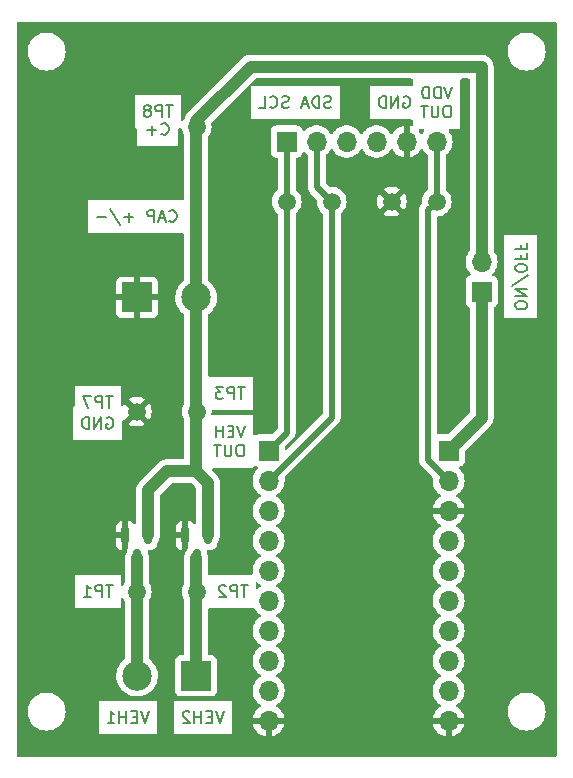
<source format=gbr>
%TF.GenerationSoftware,KiCad,Pcbnew,(6.0.9)*%
%TF.CreationDate,2022-12-06T11:09:46+01:00*%
%TF.ProjectId,Power_Board,506f7765-725f-4426-9f61-72642e6b6963,rev?*%
%TF.SameCoordinates,Original*%
%TF.FileFunction,Copper,L2,Bot*%
%TF.FilePolarity,Positive*%
%FSLAX46Y46*%
G04 Gerber Fmt 4.6, Leading zero omitted, Abs format (unit mm)*
G04 Created by KiCad (PCBNEW (6.0.9)) date 2022-12-06 11:09:46*
%MOMM*%
%LPD*%
G01*
G04 APERTURE LIST*
G04 Aperture macros list*
%AMRoundRect*
0 Rectangle with rounded corners*
0 $1 Rounding radius*
0 $2 $3 $4 $5 $6 $7 $8 $9 X,Y pos of 4 corners*
0 Add a 4 corners polygon primitive as box body*
4,1,4,$2,$3,$4,$5,$6,$7,$8,$9,$2,$3,0*
0 Add four circle primitives for the rounded corners*
1,1,$1+$1,$2,$3*
1,1,$1+$1,$4,$5*
1,1,$1+$1,$6,$7*
1,1,$1+$1,$8,$9*
0 Add four rect primitives between the rounded corners*
20,1,$1+$1,$2,$3,$4,$5,0*
20,1,$1+$1,$4,$5,$6,$7,0*
20,1,$1+$1,$6,$7,$8,$9,0*
20,1,$1+$1,$8,$9,$2,$3,0*%
G04 Aperture macros list end*
%ADD10C,0.150000*%
%TA.AperFunction,NonConductor*%
%ADD11C,0.150000*%
%TD*%
%TA.AperFunction,ComponentPad*%
%ADD12R,1.700000X1.700000*%
%TD*%
%TA.AperFunction,ComponentPad*%
%ADD13O,1.700000X1.700000*%
%TD*%
%TA.AperFunction,ComponentPad*%
%ADD14R,2.500000X2.500000*%
%TD*%
%TA.AperFunction,ComponentPad*%
%ADD15C,2.500000*%
%TD*%
%TA.AperFunction,SMDPad,CuDef*%
%ADD16RoundRect,0.150000X-0.150000X0.587500X-0.150000X-0.587500X0.150000X-0.587500X0.150000X0.587500X0*%
%TD*%
%TA.AperFunction,SMDPad,CuDef*%
%ADD17C,1.500000*%
%TD*%
%TA.AperFunction,Conductor*%
%ADD18C,1.000000*%
%TD*%
%TA.AperFunction,Conductor*%
%ADD19C,0.254000*%
%TD*%
%TA.AperFunction,Conductor*%
%ADD20C,0.500000*%
%TD*%
G04 APERTURE END LIST*
D10*
D11*
X155955904Y-53348000D02*
X156051142Y-53300380D01*
X156194000Y-53300380D01*
X156336857Y-53348000D01*
X156432095Y-53443238D01*
X156479714Y-53538476D01*
X156527333Y-53728952D01*
X156527333Y-53871809D01*
X156479714Y-54062285D01*
X156432095Y-54157523D01*
X156336857Y-54252761D01*
X156194000Y-54300380D01*
X156098761Y-54300380D01*
X155955904Y-54252761D01*
X155908285Y-54205142D01*
X155908285Y-53871809D01*
X156098761Y-53871809D01*
X155479714Y-54300380D02*
X155479714Y-53300380D01*
X154908285Y-54300380D01*
X154908285Y-53300380D01*
X154432095Y-54300380D02*
X154432095Y-53300380D01*
X154194000Y-53300380D01*
X154051142Y-53348000D01*
X153955904Y-53443238D01*
X153908285Y-53538476D01*
X153860666Y-53728952D01*
X153860666Y-53871809D01*
X153908285Y-54062285D01*
X153955904Y-54157523D01*
X154051142Y-54252761D01*
X154194000Y-54300380D01*
X154432095Y-54300380D01*
D10*
D11*
X140723714Y-105370380D02*
X140390380Y-106370380D01*
X140057047Y-105370380D01*
X139723714Y-105846571D02*
X139390380Y-105846571D01*
X139247523Y-106370380D02*
X139723714Y-106370380D01*
X139723714Y-105370380D01*
X139247523Y-105370380D01*
X138818952Y-106370380D02*
X138818952Y-105370380D01*
X138818952Y-105846571D02*
X138247523Y-105846571D01*
X138247523Y-106370380D02*
X138247523Y-105370380D01*
X137818952Y-105465619D02*
X137771333Y-105418000D01*
X137676095Y-105370380D01*
X137438000Y-105370380D01*
X137342761Y-105418000D01*
X137295142Y-105465619D01*
X137247523Y-105560857D01*
X137247523Y-105656095D01*
X137295142Y-105798952D01*
X137866571Y-106370380D01*
X137247523Y-106370380D01*
D10*
D11*
X130809904Y-80526000D02*
X130905142Y-80478380D01*
X131048000Y-80478380D01*
X131190857Y-80526000D01*
X131286095Y-80621238D01*
X131333714Y-80716476D01*
X131381333Y-80906952D01*
X131381333Y-81049809D01*
X131333714Y-81240285D01*
X131286095Y-81335523D01*
X131190857Y-81430761D01*
X131048000Y-81478380D01*
X130952761Y-81478380D01*
X130809904Y-81430761D01*
X130762285Y-81383142D01*
X130762285Y-81049809D01*
X130952761Y-81049809D01*
X130333714Y-81478380D02*
X130333714Y-80478380D01*
X129762285Y-81478380D01*
X129762285Y-80478380D01*
X129286095Y-81478380D02*
X129286095Y-80478380D01*
X129048000Y-80478380D01*
X128905142Y-80526000D01*
X128809904Y-80621238D01*
X128762285Y-80716476D01*
X128714666Y-80906952D01*
X128714666Y-81049809D01*
X128762285Y-81240285D01*
X128809904Y-81335523D01*
X128905142Y-81430761D01*
X129048000Y-81478380D01*
X129286095Y-81478380D01*
D10*
D11*
X149804285Y-54252761D02*
X149661428Y-54300380D01*
X149423333Y-54300380D01*
X149328095Y-54252761D01*
X149280476Y-54205142D01*
X149232857Y-54109904D01*
X149232857Y-54014666D01*
X149280476Y-53919428D01*
X149328095Y-53871809D01*
X149423333Y-53824190D01*
X149613809Y-53776571D01*
X149709047Y-53728952D01*
X149756666Y-53681333D01*
X149804285Y-53586095D01*
X149804285Y-53490857D01*
X149756666Y-53395619D01*
X149709047Y-53348000D01*
X149613809Y-53300380D01*
X149375714Y-53300380D01*
X149232857Y-53348000D01*
X148804285Y-54300380D02*
X148804285Y-53300380D01*
X148566190Y-53300380D01*
X148423333Y-53348000D01*
X148328095Y-53443238D01*
X148280476Y-53538476D01*
X148232857Y-53728952D01*
X148232857Y-53871809D01*
X148280476Y-54062285D01*
X148328095Y-54157523D01*
X148423333Y-54252761D01*
X148566190Y-54300380D01*
X148804285Y-54300380D01*
X147851904Y-54014666D02*
X147375714Y-54014666D01*
X147947142Y-54300380D02*
X147613809Y-53300380D01*
X147280476Y-54300380D01*
D10*
D11*
X146224476Y-54252761D02*
X146081619Y-54300380D01*
X145843523Y-54300380D01*
X145748285Y-54252761D01*
X145700666Y-54205142D01*
X145653047Y-54109904D01*
X145653047Y-54014666D01*
X145700666Y-53919428D01*
X145748285Y-53871809D01*
X145843523Y-53824190D01*
X146034000Y-53776571D01*
X146129238Y-53728952D01*
X146176857Y-53681333D01*
X146224476Y-53586095D01*
X146224476Y-53490857D01*
X146176857Y-53395619D01*
X146129238Y-53348000D01*
X146034000Y-53300380D01*
X145795904Y-53300380D01*
X145653047Y-53348000D01*
X144653047Y-54205142D02*
X144700666Y-54252761D01*
X144843523Y-54300380D01*
X144938761Y-54300380D01*
X145081619Y-54252761D01*
X145176857Y-54157523D01*
X145224476Y-54062285D01*
X145272095Y-53871809D01*
X145272095Y-53728952D01*
X145224476Y-53538476D01*
X145176857Y-53443238D01*
X145081619Y-53348000D01*
X144938761Y-53300380D01*
X144843523Y-53300380D01*
X144700666Y-53348000D01*
X144653047Y-53395619D01*
X143748285Y-54300380D02*
X144224476Y-54300380D01*
X144224476Y-53300380D01*
D10*
D11*
X142533523Y-81197380D02*
X142200190Y-82197380D01*
X141866857Y-81197380D01*
X141533523Y-81673571D02*
X141200190Y-81673571D01*
X141057333Y-82197380D02*
X141533523Y-82197380D01*
X141533523Y-81197380D01*
X141057333Y-81197380D01*
X140628761Y-82197380D02*
X140628761Y-81197380D01*
X140628761Y-81673571D02*
X140057333Y-81673571D01*
X140057333Y-82197380D02*
X140057333Y-81197380D01*
X142224000Y-82807380D02*
X142033523Y-82807380D01*
X141938285Y-82855000D01*
X141843047Y-82950238D01*
X141795428Y-83140714D01*
X141795428Y-83474047D01*
X141843047Y-83664523D01*
X141938285Y-83759761D01*
X142033523Y-83807380D01*
X142224000Y-83807380D01*
X142319238Y-83759761D01*
X142414476Y-83664523D01*
X142462095Y-83474047D01*
X142462095Y-83140714D01*
X142414476Y-82950238D01*
X142319238Y-82855000D01*
X142224000Y-82807380D01*
X141366857Y-82807380D02*
X141366857Y-83616904D01*
X141319238Y-83712142D01*
X141271619Y-83759761D01*
X141176380Y-83807380D01*
X140985904Y-83807380D01*
X140890666Y-83759761D01*
X140843047Y-83712142D01*
X140795428Y-83616904D01*
X140795428Y-82807380D01*
X140462095Y-82807380D02*
X139890666Y-82807380D01*
X140176380Y-83807380D02*
X140176380Y-82807380D01*
D10*
D11*
X160083333Y-52495380D02*
X159750000Y-53495380D01*
X159416666Y-52495380D01*
X159083333Y-53495380D02*
X159083333Y-52495380D01*
X158845238Y-52495380D01*
X158702380Y-52543000D01*
X158607142Y-52638238D01*
X158559523Y-52733476D01*
X158511904Y-52923952D01*
X158511904Y-53066809D01*
X158559523Y-53257285D01*
X158607142Y-53352523D01*
X158702380Y-53447761D01*
X158845238Y-53495380D01*
X159083333Y-53495380D01*
X158083333Y-53495380D02*
X158083333Y-52495380D01*
X157845238Y-52495380D01*
X157702380Y-52543000D01*
X157607142Y-52638238D01*
X157559523Y-52733476D01*
X157511904Y-52923952D01*
X157511904Y-53066809D01*
X157559523Y-53257285D01*
X157607142Y-53352523D01*
X157702380Y-53447761D01*
X157845238Y-53495380D01*
X158083333Y-53495380D01*
X159750000Y-54105380D02*
X159559523Y-54105380D01*
X159464285Y-54153000D01*
X159369047Y-54248238D01*
X159321428Y-54438714D01*
X159321428Y-54772047D01*
X159369047Y-54962523D01*
X159464285Y-55057761D01*
X159559523Y-55105380D01*
X159750000Y-55105380D01*
X159845238Y-55057761D01*
X159940476Y-54962523D01*
X159988095Y-54772047D01*
X159988095Y-54438714D01*
X159940476Y-54248238D01*
X159845238Y-54153000D01*
X159750000Y-54105380D01*
X158892857Y-54105380D02*
X158892857Y-54914904D01*
X158845238Y-55010142D01*
X158797619Y-55057761D01*
X158702380Y-55105380D01*
X158511904Y-55105380D01*
X158416666Y-55057761D01*
X158369047Y-55010142D01*
X158321428Y-54914904D01*
X158321428Y-54105380D01*
X157988095Y-54105380D02*
X157416666Y-54105380D01*
X157702380Y-55105380D02*
X157702380Y-54105380D01*
D10*
D11*
X134373714Y-105370380D02*
X134040380Y-106370380D01*
X133707047Y-105370380D01*
X133373714Y-105846571D02*
X133040380Y-105846571D01*
X132897523Y-106370380D02*
X133373714Y-106370380D01*
X133373714Y-105370380D01*
X132897523Y-105370380D01*
X132468952Y-106370380D02*
X132468952Y-105370380D01*
X132468952Y-105846571D02*
X131897523Y-105846571D01*
X131897523Y-106370380D02*
X131897523Y-105370380D01*
X130897523Y-106370380D02*
X131468952Y-106370380D01*
X131183238Y-106370380D02*
X131183238Y-105370380D01*
X131278476Y-105513238D01*
X131373714Y-105608476D01*
X131468952Y-105656095D01*
D10*
D11*
X135437523Y-56491142D02*
X135485142Y-56538761D01*
X135628000Y-56586380D01*
X135723238Y-56586380D01*
X135866095Y-56538761D01*
X135961333Y-56443523D01*
X136008952Y-56348285D01*
X136056571Y-56157809D01*
X136056571Y-56014952D01*
X136008952Y-55824476D01*
X135961333Y-55729238D01*
X135866095Y-55634000D01*
X135723238Y-55586380D01*
X135628000Y-55586380D01*
X135485142Y-55634000D01*
X135437523Y-55681619D01*
X135008952Y-56205428D02*
X134247047Y-56205428D01*
X134628000Y-56586380D02*
X134628000Y-55824476D01*
D10*
D11*
X166409619Y-71103809D02*
X166409619Y-70913333D01*
X166362000Y-70818095D01*
X166266761Y-70722857D01*
X166076285Y-70675238D01*
X165742952Y-70675238D01*
X165552476Y-70722857D01*
X165457238Y-70818095D01*
X165409619Y-70913333D01*
X165409619Y-71103809D01*
X165457238Y-71199047D01*
X165552476Y-71294285D01*
X165742952Y-71341904D01*
X166076285Y-71341904D01*
X166266761Y-71294285D01*
X166362000Y-71199047D01*
X166409619Y-71103809D01*
X165409619Y-70246666D02*
X166409619Y-70246666D01*
X165409619Y-69675238D01*
X166409619Y-69675238D01*
X166457238Y-68484761D02*
X165171523Y-69341904D01*
X166409619Y-67960952D02*
X166409619Y-67770476D01*
X166362000Y-67675238D01*
X166266761Y-67580000D01*
X166076285Y-67532380D01*
X165742952Y-67532380D01*
X165552476Y-67580000D01*
X165457238Y-67675238D01*
X165409619Y-67770476D01*
X165409619Y-67960952D01*
X165457238Y-68056190D01*
X165552476Y-68151428D01*
X165742952Y-68199047D01*
X166076285Y-68199047D01*
X166266761Y-68151428D01*
X166362000Y-68056190D01*
X166409619Y-67960952D01*
X165933428Y-66770476D02*
X165933428Y-67103809D01*
X165409619Y-67103809D02*
X166409619Y-67103809D01*
X166409619Y-66627619D01*
X165933428Y-65913333D02*
X165933428Y-66246666D01*
X165409619Y-66246666D02*
X166409619Y-66246666D01*
X166409619Y-65770476D01*
D10*
D11*
X136111904Y-63857142D02*
X136159523Y-63904761D01*
X136302380Y-63952380D01*
X136397619Y-63952380D01*
X136540476Y-63904761D01*
X136635714Y-63809523D01*
X136683333Y-63714285D01*
X136730952Y-63523809D01*
X136730952Y-63380952D01*
X136683333Y-63190476D01*
X136635714Y-63095238D01*
X136540476Y-63000000D01*
X136397619Y-62952380D01*
X136302380Y-62952380D01*
X136159523Y-63000000D01*
X136111904Y-63047619D01*
X135730952Y-63666666D02*
X135254761Y-63666666D01*
X135826190Y-63952380D02*
X135492857Y-62952380D01*
X135159523Y-63952380D01*
X134826190Y-63952380D02*
X134826190Y-62952380D01*
X134445238Y-62952380D01*
X134350000Y-63000000D01*
X134302380Y-63047619D01*
X134254761Y-63142857D01*
X134254761Y-63285714D01*
X134302380Y-63380952D01*
X134350000Y-63428571D01*
X134445238Y-63476190D01*
X134826190Y-63476190D01*
X133064285Y-63571428D02*
X132302380Y-63571428D01*
X132683333Y-63952380D02*
X132683333Y-63190476D01*
X131111904Y-62904761D02*
X131969047Y-64190476D01*
X130778571Y-63571428D02*
X130016666Y-63571428D01*
D10*
%TO.C,TP7*%
D11*
X131309904Y-78700380D02*
X130738476Y-78700380D01*
X131024190Y-79700380D02*
X131024190Y-78700380D01*
X130405142Y-79700380D02*
X130405142Y-78700380D01*
X130024190Y-78700380D01*
X129928952Y-78748000D01*
X129881333Y-78795619D01*
X129833714Y-78890857D01*
X129833714Y-79033714D01*
X129881333Y-79128952D01*
X129928952Y-79176571D01*
X130024190Y-79224190D01*
X130405142Y-79224190D01*
X129500380Y-78700380D02*
X128833714Y-78700380D01*
X129262285Y-79700380D01*
D10*
%TO.C,TP2*%
D11*
X142739904Y-94702380D02*
X142168476Y-94702380D01*
X142454190Y-95702380D02*
X142454190Y-94702380D01*
X141835142Y-95702380D02*
X141835142Y-94702380D01*
X141454190Y-94702380D01*
X141358952Y-94750000D01*
X141311333Y-94797619D01*
X141263714Y-94892857D01*
X141263714Y-95035714D01*
X141311333Y-95130952D01*
X141358952Y-95178571D01*
X141454190Y-95226190D01*
X141835142Y-95226190D01*
X140882761Y-94797619D02*
X140835142Y-94750000D01*
X140739904Y-94702380D01*
X140501809Y-94702380D01*
X140406571Y-94750000D01*
X140358952Y-94797619D01*
X140311333Y-94892857D01*
X140311333Y-94988095D01*
X140358952Y-95130952D01*
X140930380Y-95702380D01*
X140311333Y-95702380D01*
D10*
%TO.C,TP1*%
D11*
X131309904Y-94702380D02*
X130738476Y-94702380D01*
X131024190Y-95702380D02*
X131024190Y-94702380D01*
X130405142Y-95702380D02*
X130405142Y-94702380D01*
X130024190Y-94702380D01*
X129928952Y-94750000D01*
X129881333Y-94797619D01*
X129833714Y-94892857D01*
X129833714Y-95035714D01*
X129881333Y-95130952D01*
X129928952Y-95178571D01*
X130024190Y-95226190D01*
X130405142Y-95226190D01*
X128881333Y-95702380D02*
X129452761Y-95702380D01*
X129167047Y-95702380D02*
X129167047Y-94702380D01*
X129262285Y-94845238D01*
X129357523Y-94940476D01*
X129452761Y-94988095D01*
D10*
%TO.C,TP3*%
D11*
X142485904Y-77938380D02*
X141914476Y-77938380D01*
X142200190Y-78938380D02*
X142200190Y-77938380D01*
X141581142Y-78938380D02*
X141581142Y-77938380D01*
X141200190Y-77938380D01*
X141104952Y-77986000D01*
X141057333Y-78033619D01*
X141009714Y-78128857D01*
X141009714Y-78271714D01*
X141057333Y-78366952D01*
X141104952Y-78414571D01*
X141200190Y-78462190D01*
X141581142Y-78462190D01*
X140676380Y-77938380D02*
X140057333Y-77938380D01*
X140390666Y-78319333D01*
X140247809Y-78319333D01*
X140152571Y-78366952D01*
X140104952Y-78414571D01*
X140057333Y-78509809D01*
X140057333Y-78747904D01*
X140104952Y-78843142D01*
X140152571Y-78890761D01*
X140247809Y-78938380D01*
X140533523Y-78938380D01*
X140628761Y-78890761D01*
X140676380Y-78843142D01*
D10*
%TO.C,TP8*%
D11*
X136389904Y-54062380D02*
X135818476Y-54062380D01*
X136104190Y-55062380D02*
X136104190Y-54062380D01*
X135485142Y-55062380D02*
X135485142Y-54062380D01*
X135104190Y-54062380D01*
X135008952Y-54110000D01*
X134961333Y-54157619D01*
X134913714Y-54252857D01*
X134913714Y-54395714D01*
X134961333Y-54490952D01*
X135008952Y-54538571D01*
X135104190Y-54586190D01*
X135485142Y-54586190D01*
X134342285Y-54490952D02*
X134437523Y-54443333D01*
X134485142Y-54395714D01*
X134532761Y-54300476D01*
X134532761Y-54252857D01*
X134485142Y-54157619D01*
X134437523Y-54110000D01*
X134342285Y-54062380D01*
X134151809Y-54062380D01*
X134056571Y-54110000D01*
X134008952Y-54157619D01*
X133961333Y-54252857D01*
X133961333Y-54300476D01*
X134008952Y-54395714D01*
X134056571Y-54443333D01*
X134151809Y-54490952D01*
X134342285Y-54490952D01*
X134437523Y-54538571D01*
X134485142Y-54586190D01*
X134532761Y-54681428D01*
X134532761Y-54871904D01*
X134485142Y-54967142D01*
X134437523Y-55014761D01*
X134342285Y-55062380D01*
X134151809Y-55062380D01*
X134056571Y-55014761D01*
X134008952Y-54967142D01*
X133961333Y-54871904D01*
X133961333Y-54681428D01*
X134008952Y-54586190D01*
X134056571Y-54538571D01*
X134151809Y-54490952D01*
%TD*%
D12*
%TO.P,J1,1,Pin_1*%
%TO.N,0.13*%
X144526000Y-83312000D03*
D13*
%TO.P,J1,2,Pin_2*%
%TO.N,0.15*%
X144526000Y-85852000D03*
%TO.P,J1,3,Pin_3*%
%TO.N,0.17*%
X144526000Y-88392000D03*
%TO.P,J1,4,Pin_4*%
%TO.N,0.20*%
X144526000Y-90932000D03*
%TO.P,J1,5,Pin_5*%
%TO.N,0.22*%
X144526000Y-93472000D03*
%TO.P,J1,6,Pin_6*%
%TO.N,0.24*%
X144526000Y-96012000D03*
%TO.P,J1,7,Pin_7*%
%TO.N,1.00*%
X144526000Y-98552000D03*
%TO.P,J1,8,Pin_8*%
%TO.N,0.09*%
X144526000Y-101092000D03*
%TO.P,J1,9,Pin_9*%
%TO.N,0.10*%
X144526000Y-103632000D03*
%TO.P,J1,10,Pin_10*%
%TO.N,GND*%
X144526000Y-106172000D03*
%TD*%
%TO.P,J3,6,Pin_6*%
%TO.N,3V3*%
X158750000Y-57150000D03*
%TO.P,J3,5,Pin_5*%
%TO.N,GND*%
X156210000Y-57150000D03*
%TO.P,J3,4,Pin_4*%
%TO.N,1V8*%
X153670000Y-57150000D03*
%TO.P,J3,3,Pin_3*%
%TO.N,INT*%
X151130000Y-57150000D03*
%TO.P,J3,2,Pin_2*%
%TO.N,0.15*%
X148590000Y-57150000D03*
D12*
%TO.P,J3,1,Pin_1*%
%TO.N,0.13*%
X146050000Y-57150000D03*
%TD*%
%TO.P,J2,1,Pin_1*%
%TO.N,VBUS*%
X159766000Y-83312000D03*
D13*
%TO.P,J2,2,Pin_2*%
%TO.N,3V3*%
X159766000Y-85852000D03*
%TO.P,J2,3,Pin_3*%
%TO.N,GND*%
X159766000Y-88392000D03*
%TO.P,J2,4,Pin_4*%
%TO.N,0.31*%
X159766000Y-90932000D03*
%TO.P,J2,5,Pin_5*%
%TO.N,0.29*%
X159766000Y-93472000D03*
%TO.P,J2,6,Pin_6*%
%TO.N,0.02*%
X159766000Y-96012000D03*
%TO.P,J2,7,Pin_7*%
%TO.N,1.15*%
X159766000Y-98552000D03*
%TO.P,J2,8,Pin_8*%
%TO.N,1.13*%
X159766000Y-101092000D03*
%TO.P,J2,9,Pin_9*%
%TO.N,1.10*%
X159766000Y-103632000D03*
%TO.P,J2,10,Pin_10*%
%TO.N,GND*%
X159766000Y-106172000D03*
%TD*%
D14*
%TO.P,J4,1,Pin_1*%
%TO.N,GND*%
X133390000Y-70350000D03*
D15*
%TO.P,J4,2,Pin_2*%
%TO.N,C+*%
X138390000Y-70350000D03*
%TD*%
D12*
%TO.P,J6,1,Pin_1*%
%TO.N,VBUS*%
X162560000Y-69850000D03*
D13*
%TO.P,J6,2,Pin_2*%
%TO.N,C+*%
X162560000Y-67310000D03*
%TD*%
D14*
%TO.P,J5,1,Pin_1*%
%TO.N,Net-(D2-Pad3)*%
X138390000Y-102370000D03*
D15*
%TO.P,J5,2,Pin_2*%
%TO.N,Net-(D1-Pad3)*%
X133390000Y-102370000D03*
%TD*%
D16*
%TO.P,D2,1*%
%TO.N,GND*%
X137480000Y-90502500D03*
%TO.P,D2,2*%
%TO.N,C+*%
X139380000Y-90502500D03*
%TO.P,D2,3*%
%TO.N,Net-(D2-Pad3)*%
X138430000Y-92377500D03*
%TD*%
D17*
%TO.P,TP9,1,1*%
%TO.N,GND*%
X154940000Y-62230000D03*
%TD*%
%TO.P,TP7,1,1*%
%TO.N,GND*%
X133350000Y-80010000D03*
%TD*%
%TO.P,TP2,1,1*%
%TO.N,Net-(D2-Pad3)*%
X138430000Y-95250000D03*
%TD*%
%TO.P,TP1,1,1*%
%TO.N,Net-(D1-Pad3)*%
X133350000Y-95250000D03*
%TD*%
%TO.P,TP5,1,1*%
%TO.N,3V3*%
X158750000Y-62230000D03*
%TD*%
%TO.P,TP4,1,1*%
%TO.N,0.15*%
X149860000Y-62230000D03*
%TD*%
%TO.P,TP3,1,1*%
%TO.N,C+*%
X138430000Y-80010000D03*
%TD*%
%TO.P,TP6,1,1*%
%TO.N,0.13*%
X146050000Y-62230000D03*
%TD*%
D16*
%TO.P,D1,1*%
%TO.N,GND*%
X132400000Y-90502500D03*
%TO.P,D1,2*%
%TO.N,C+*%
X134300000Y-90502500D03*
%TO.P,D1,3*%
%TO.N,Net-(D1-Pad3)*%
X133350000Y-92377500D03*
%TD*%
D17*
%TO.P,TP8,1,1*%
%TO.N,C+*%
X138430000Y-55880000D03*
%TD*%
D18*
%TO.N,VBUS*%
X162560000Y-80518000D02*
X159766000Y-83312000D01*
X162560000Y-69850000D02*
X162560000Y-80518000D01*
%TO.N,Net-(D1-Pad3)*%
X133390000Y-102370000D02*
X133390000Y-92417500D01*
D19*
X133390000Y-92417500D02*
X133350000Y-92377500D01*
D18*
%TO.N,Net-(D2-Pad3)*%
X138390000Y-102370000D02*
X138390000Y-92417500D01*
D19*
X138390000Y-92417500D02*
X138430000Y-92377500D01*
D20*
%TO.N,0.13*%
X146050000Y-81788000D02*
X144526000Y-83312000D01*
X146050000Y-62230000D02*
X146050000Y-81788000D01*
X146050000Y-57150000D02*
X146050000Y-62230000D01*
%TO.N,0.15*%
X149860000Y-80518000D02*
X149860000Y-62230000D01*
X148590000Y-57150000D02*
X148590000Y-60960000D01*
X148590000Y-60960000D02*
X149860000Y-62230000D01*
X144526000Y-85852000D02*
X149860000Y-80518000D01*
D18*
%TO.N,C+*%
X138390000Y-70350000D02*
X138390000Y-55416576D01*
X135930000Y-85050000D02*
X138390000Y-85050000D01*
X134300000Y-86680000D02*
X135930000Y-85050000D01*
X143006576Y-50800000D02*
X162560000Y-50800000D01*
X139380000Y-86040000D02*
X138390000Y-85050000D01*
X139380000Y-90502500D02*
X139380000Y-86040000D01*
X162560000Y-50800000D02*
X162560000Y-67310000D01*
X134300000Y-90502500D02*
X134300000Y-86680000D01*
X138390000Y-55416576D02*
X143006576Y-50800000D01*
X138390000Y-85050000D02*
X138390000Y-70350000D01*
D20*
%TO.N,3V3*%
X158000000Y-84086000D02*
X159766000Y-85852000D01*
X158000000Y-62980000D02*
X158000000Y-84086000D01*
X158750000Y-62230000D02*
X158750000Y-57150000D01*
X158750000Y-62230000D02*
X158000000Y-62980000D01*
%TD*%
%TA.AperFunction,Conductor*%
%TO.N,GND*%
G36*
X168852121Y-47010002D02*
G01*
X168898614Y-47063658D01*
X168910000Y-47116000D01*
X168910000Y-109094000D01*
X168889998Y-109162121D01*
X168836342Y-109208614D01*
X168784000Y-109220000D01*
X123316000Y-109220000D01*
X123247879Y-109199998D01*
X123201386Y-109146342D01*
X123190000Y-109094000D01*
X123190000Y-107344000D01*
X130123548Y-107344000D01*
X135052453Y-107344000D01*
X136473548Y-107344000D01*
X141402453Y-107344000D01*
X141402453Y-106439966D01*
X143194257Y-106439966D01*
X143224565Y-106574446D01*
X143227645Y-106584275D01*
X143307770Y-106781603D01*
X143312413Y-106790794D01*
X143423694Y-106972388D01*
X143429777Y-106980699D01*
X143569213Y-107141667D01*
X143576580Y-107148883D01*
X143740434Y-107284916D01*
X143748881Y-107290831D01*
X143932756Y-107398279D01*
X143942042Y-107402729D01*
X144141001Y-107478703D01*
X144150899Y-107481579D01*
X144254250Y-107502606D01*
X144268299Y-107501410D01*
X144272000Y-107491065D01*
X144272000Y-107490517D01*
X144780000Y-107490517D01*
X144784064Y-107504359D01*
X144797478Y-107506393D01*
X144804184Y-107505534D01*
X144814262Y-107503392D01*
X145018255Y-107442191D01*
X145027842Y-107438433D01*
X145219095Y-107344739D01*
X145227945Y-107339464D01*
X145401328Y-107215792D01*
X145409200Y-107209139D01*
X145560052Y-107058812D01*
X145566730Y-107050965D01*
X145691003Y-106878020D01*
X145696313Y-106869183D01*
X145790670Y-106678267D01*
X145794469Y-106668672D01*
X145856377Y-106464910D01*
X145858555Y-106454837D01*
X145859986Y-106443962D01*
X145859363Y-106439966D01*
X158434257Y-106439966D01*
X158464565Y-106574446D01*
X158467645Y-106584275D01*
X158547770Y-106781603D01*
X158552413Y-106790794D01*
X158663694Y-106972388D01*
X158669777Y-106980699D01*
X158809213Y-107141667D01*
X158816580Y-107148883D01*
X158980434Y-107284916D01*
X158988881Y-107290831D01*
X159172756Y-107398279D01*
X159182042Y-107402729D01*
X159381001Y-107478703D01*
X159390899Y-107481579D01*
X159494250Y-107502606D01*
X159508299Y-107501410D01*
X159512000Y-107491065D01*
X159512000Y-107490517D01*
X160020000Y-107490517D01*
X160024064Y-107504359D01*
X160037478Y-107506393D01*
X160044184Y-107505534D01*
X160054262Y-107503392D01*
X160258255Y-107442191D01*
X160267842Y-107438433D01*
X160459095Y-107344739D01*
X160467945Y-107339464D01*
X160641328Y-107215792D01*
X160649200Y-107209139D01*
X160800052Y-107058812D01*
X160806730Y-107050965D01*
X160931003Y-106878020D01*
X160936313Y-106869183D01*
X161030670Y-106678267D01*
X161034469Y-106668672D01*
X161096377Y-106464910D01*
X161098555Y-106454837D01*
X161099986Y-106443962D01*
X161097775Y-106429778D01*
X161084617Y-106426000D01*
X160038115Y-106426000D01*
X160022876Y-106430475D01*
X160021671Y-106431865D01*
X160020000Y-106439548D01*
X160020000Y-107490517D01*
X159512000Y-107490517D01*
X159512000Y-106444115D01*
X159507525Y-106428876D01*
X159506135Y-106427671D01*
X159498452Y-106426000D01*
X158449225Y-106426000D01*
X158435694Y-106429973D01*
X158434257Y-106439966D01*
X145859363Y-106439966D01*
X145857775Y-106429778D01*
X145844617Y-106426000D01*
X144798115Y-106426000D01*
X144782876Y-106430475D01*
X144781671Y-106431865D01*
X144780000Y-106439548D01*
X144780000Y-107490517D01*
X144272000Y-107490517D01*
X144272000Y-106444115D01*
X144267525Y-106428876D01*
X144266135Y-106427671D01*
X144258452Y-106426000D01*
X143209225Y-106426000D01*
X143195694Y-106429973D01*
X143194257Y-106439966D01*
X141402453Y-106439966D01*
X141402453Y-104492000D01*
X136473548Y-104492000D01*
X136473548Y-107344000D01*
X135052453Y-107344000D01*
X135052453Y-104492000D01*
X130123548Y-104492000D01*
X130123548Y-107344000D01*
X123190000Y-107344000D01*
X123190000Y-105410000D01*
X124116526Y-105410000D01*
X124136391Y-105662403D01*
X124137545Y-105667210D01*
X124137546Y-105667216D01*
X124146970Y-105706470D01*
X124195495Y-105908591D01*
X124197388Y-105913162D01*
X124197389Y-105913164D01*
X124197747Y-105914027D01*
X124292384Y-106142502D01*
X124424672Y-106358376D01*
X124589102Y-106550898D01*
X124781624Y-106715328D01*
X124997498Y-106847616D01*
X125002068Y-106849509D01*
X125002072Y-106849511D01*
X125226836Y-106942611D01*
X125231409Y-106944505D01*
X125316032Y-106964821D01*
X125472784Y-107002454D01*
X125472790Y-107002455D01*
X125477597Y-107003609D01*
X125577416Y-107011465D01*
X125664345Y-107018307D01*
X125664352Y-107018307D01*
X125666801Y-107018500D01*
X125793199Y-107018500D01*
X125795648Y-107018307D01*
X125795655Y-107018307D01*
X125882584Y-107011465D01*
X125982403Y-107003609D01*
X125987210Y-107002455D01*
X125987216Y-107002454D01*
X126143968Y-106964821D01*
X126228591Y-106944505D01*
X126233164Y-106942611D01*
X126457928Y-106849511D01*
X126457932Y-106849509D01*
X126462502Y-106847616D01*
X126678376Y-106715328D01*
X126870898Y-106550898D01*
X127035328Y-106358376D01*
X127167616Y-106142502D01*
X127262254Y-105914027D01*
X127262611Y-105913164D01*
X127262612Y-105913162D01*
X127264505Y-105908591D01*
X127313030Y-105706470D01*
X127322454Y-105667216D01*
X127322455Y-105667210D01*
X127323609Y-105662403D01*
X127343474Y-105410000D01*
X127323609Y-105157597D01*
X127321763Y-105149905D01*
X127265660Y-104916221D01*
X127264505Y-104911409D01*
X127260266Y-104901174D01*
X127169511Y-104682072D01*
X127169509Y-104682068D01*
X127167616Y-104677498D01*
X127035328Y-104461624D01*
X126870898Y-104269102D01*
X126678376Y-104104672D01*
X126462502Y-103972384D01*
X126457932Y-103970491D01*
X126457928Y-103970489D01*
X126233164Y-103877389D01*
X126233162Y-103877388D01*
X126228591Y-103875495D01*
X126143968Y-103855179D01*
X125987216Y-103817546D01*
X125987210Y-103817545D01*
X125982403Y-103816391D01*
X125882584Y-103808535D01*
X125795655Y-103801693D01*
X125795648Y-103801693D01*
X125793199Y-103801500D01*
X125666801Y-103801500D01*
X125664352Y-103801693D01*
X125664345Y-103801693D01*
X125577416Y-103808535D01*
X125477597Y-103816391D01*
X125472790Y-103817545D01*
X125472784Y-103817546D01*
X125316032Y-103855179D01*
X125231409Y-103875495D01*
X125226838Y-103877388D01*
X125226836Y-103877389D01*
X125002072Y-103970489D01*
X125002068Y-103970491D01*
X124997498Y-103972384D01*
X124781624Y-104104672D01*
X124589102Y-104269102D01*
X124424672Y-104461624D01*
X124292384Y-104677498D01*
X124290491Y-104682068D01*
X124290489Y-104682072D01*
X124199734Y-104901174D01*
X124195495Y-104911409D01*
X124194340Y-104916221D01*
X124138238Y-105149905D01*
X124136391Y-105157597D01*
X124116526Y-105410000D01*
X123190000Y-105410000D01*
X123190000Y-96676000D01*
X128107357Y-96676000D01*
X131988643Y-96676000D01*
X131988643Y-95876774D01*
X132008645Y-95808653D01*
X132062301Y-95762160D01*
X132132575Y-95752056D01*
X132197155Y-95781550D01*
X132228838Y-95823524D01*
X132253618Y-95876666D01*
X132253621Y-95876671D01*
X132255944Y-95881653D01*
X132320300Y-95973562D01*
X132358713Y-96028422D01*
X132381500Y-96100693D01*
X132381500Y-100860297D01*
X132361498Y-100928418D01*
X132324588Y-100965667D01*
X132322717Y-100966894D01*
X132316491Y-100970976D01*
X132121494Y-101145018D01*
X131954363Y-101345970D01*
X131951934Y-101349973D01*
X131864175Y-101494596D01*
X131818771Y-101569419D01*
X131717697Y-101810455D01*
X131653359Y-102063783D01*
X131652891Y-102068434D01*
X131652890Y-102068438D01*
X131649229Y-102104794D01*
X131627173Y-102323839D01*
X131627397Y-102328505D01*
X131627397Y-102328511D01*
X131632689Y-102438669D01*
X131639713Y-102584908D01*
X131690704Y-102841256D01*
X131779026Y-103087252D01*
X131781242Y-103091376D01*
X131845753Y-103211437D01*
X131902737Y-103317491D01*
X131905532Y-103321234D01*
X131905534Y-103321237D01*
X132056330Y-103523177D01*
X132056335Y-103523183D01*
X132059122Y-103526915D01*
X132062431Y-103530195D01*
X132062436Y-103530201D01*
X132232302Y-103698590D01*
X132244743Y-103710923D01*
X132248505Y-103713681D01*
X132248508Y-103713684D01*
X132388054Y-103816003D01*
X132455524Y-103865474D01*
X132459667Y-103867654D01*
X132459669Y-103867655D01*
X132682684Y-103984989D01*
X132682689Y-103984991D01*
X132686834Y-103987172D01*
X132933590Y-104073344D01*
X132938183Y-104074216D01*
X133185785Y-104121224D01*
X133185788Y-104121224D01*
X133190374Y-104122095D01*
X133320958Y-104127226D01*
X133446875Y-104132174D01*
X133446881Y-104132174D01*
X133451543Y-104132357D01*
X133540651Y-104122598D01*
X133706707Y-104104412D01*
X133706712Y-104104411D01*
X133711360Y-104103902D01*
X133715884Y-104102711D01*
X133959594Y-104038548D01*
X133959596Y-104038547D01*
X133964117Y-104037357D01*
X133970544Y-104034596D01*
X134199972Y-103936025D01*
X134204262Y-103934182D01*
X134227069Y-103920069D01*
X134422547Y-103799104D01*
X134422548Y-103799104D01*
X134426519Y-103796646D01*
X134430082Y-103793629D01*
X134430087Y-103793626D01*
X134622439Y-103630787D01*
X134622440Y-103630786D01*
X134626005Y-103627768D01*
X134717729Y-103523177D01*
X134795257Y-103434774D01*
X134795261Y-103434769D01*
X134798339Y-103431259D01*
X134939733Y-103211437D01*
X135047083Y-102973129D01*
X135118030Y-102721572D01*
X135134832Y-102589496D01*
X135150616Y-102465421D01*
X135150616Y-102465417D01*
X135151014Y-102462291D01*
X135152034Y-102423364D01*
X135152943Y-102388638D01*
X135153431Y-102370000D01*
X135149655Y-102319185D01*
X135134407Y-102114000D01*
X135134406Y-102113996D01*
X135134061Y-102109348D01*
X135124986Y-102069240D01*
X135077408Y-101858980D01*
X135076377Y-101854423D01*
X134981647Y-101610823D01*
X134969093Y-101588857D01*
X134933626Y-101526804D01*
X134851951Y-101383902D01*
X134690138Y-101178643D01*
X134499763Y-100999557D01*
X134452680Y-100966894D01*
X134408110Y-100911631D01*
X134398500Y-100863367D01*
X134398500Y-95986441D01*
X134421285Y-95914173D01*
X134444056Y-95881653D01*
X134446382Y-95876666D01*
X134499776Y-95762160D01*
X134537120Y-95682076D01*
X134594115Y-95469371D01*
X134613307Y-95250000D01*
X134594115Y-95030629D01*
X134537120Y-94817924D01*
X134457357Y-94646871D01*
X134446379Y-94623328D01*
X134446377Y-94623325D01*
X134444056Y-94618347D01*
X134421285Y-94585827D01*
X134398500Y-94513559D01*
X134398500Y-92367731D01*
X134397814Y-92360727D01*
X134389767Y-92278669D01*
X134384080Y-92220667D01*
X134366168Y-92161338D01*
X134332139Y-92048632D01*
X134326916Y-92031331D01*
X134274980Y-91933653D01*
X134260661Y-91864116D01*
X134286209Y-91797875D01*
X134343514Y-91755962D01*
X134386232Y-91748500D01*
X134516502Y-91748500D01*
X134518950Y-91748307D01*
X134518958Y-91748307D01*
X134547421Y-91746067D01*
X134547426Y-91746066D01*
X134553831Y-91745562D01*
X134653769Y-91716528D01*
X134705988Y-91701357D01*
X134705990Y-91701356D01*
X134713601Y-91699145D01*
X134745987Y-91679992D01*
X134849980Y-91618491D01*
X134849983Y-91618489D01*
X134856807Y-91614453D01*
X134974453Y-91496807D01*
X134978489Y-91489983D01*
X134978491Y-91489980D01*
X135055108Y-91360427D01*
X135059145Y-91353601D01*
X135061415Y-91345790D01*
X135097939Y-91220069D01*
X135105562Y-91193831D01*
X135106074Y-91187336D01*
X135108307Y-91158958D01*
X135108307Y-91158950D01*
X135108500Y-91156502D01*
X135108500Y-91153984D01*
X136672001Y-91153984D01*
X136672195Y-91158920D01*
X136674430Y-91187336D01*
X136676730Y-91199931D01*
X136719107Y-91345790D01*
X136725352Y-91360221D01*
X136801911Y-91489678D01*
X136811551Y-91502104D01*
X136917896Y-91608449D01*
X136930322Y-91618089D01*
X137059779Y-91694648D01*
X137074210Y-91700893D01*
X137208605Y-91739939D01*
X137222706Y-91739899D01*
X137226000Y-91732630D01*
X137226000Y-90774615D01*
X137221525Y-90759376D01*
X137220135Y-90758171D01*
X137212452Y-90756500D01*
X136690116Y-90756500D01*
X136674877Y-90760975D01*
X136673672Y-90762365D01*
X136672001Y-90770048D01*
X136672001Y-91153984D01*
X135108500Y-91153984D01*
X135108500Y-91153353D01*
X135108531Y-91153254D01*
X135108597Y-91151561D01*
X135109049Y-91151579D01*
X135130536Y-91082166D01*
X135132191Y-91079749D01*
X135136154Y-91075026D01*
X135231433Y-90901713D01*
X135276968Y-90758171D01*
X135289373Y-90719064D01*
X135289373Y-90719063D01*
X135291235Y-90713194D01*
X135308500Y-90559273D01*
X135308500Y-90230385D01*
X136672000Y-90230385D01*
X136676475Y-90245624D01*
X136677865Y-90246829D01*
X136685548Y-90248500D01*
X137207885Y-90248500D01*
X137223124Y-90244025D01*
X137224329Y-90242635D01*
X137226000Y-90234952D01*
X137226000Y-89278122D01*
X137222027Y-89264591D01*
X137214129Y-89263456D01*
X137074210Y-89304107D01*
X137059779Y-89310352D01*
X136930322Y-89386911D01*
X136917896Y-89396551D01*
X136811551Y-89502896D01*
X136801911Y-89515322D01*
X136725352Y-89644779D01*
X136719107Y-89659210D01*
X136676731Y-89805065D01*
X136674430Y-89817667D01*
X136672193Y-89846084D01*
X136672000Y-89851014D01*
X136672000Y-90230385D01*
X135308500Y-90230385D01*
X135308500Y-87149925D01*
X135328502Y-87081804D01*
X135345400Y-87060835D01*
X136310830Y-86095404D01*
X136373141Y-86061380D01*
X136399924Y-86058500D01*
X137920074Y-86058500D01*
X137988195Y-86078502D01*
X138009169Y-86095404D01*
X138334595Y-86420829D01*
X138368620Y-86483142D01*
X138371500Y-86509925D01*
X138371500Y-89422436D01*
X138351498Y-89490557D01*
X138297842Y-89537050D01*
X138227568Y-89547154D01*
X138162988Y-89517660D01*
X138154187Y-89508370D01*
X138154055Y-89508502D01*
X138042104Y-89396551D01*
X138029678Y-89386911D01*
X137900221Y-89310352D01*
X137885790Y-89304107D01*
X137751395Y-89265061D01*
X137737294Y-89265101D01*
X137734000Y-89272370D01*
X137734000Y-91385158D01*
X137716453Y-91449297D01*
X137670855Y-91526399D01*
X137624438Y-91686169D01*
X137623934Y-91692574D01*
X137623933Y-91692579D01*
X137622546Y-91710206D01*
X137621500Y-91723498D01*
X137621500Y-91723515D01*
X137598946Y-91790473D01*
X137592228Y-91799232D01*
X137553846Y-91844974D01*
X137458567Y-92018287D01*
X137456706Y-92024154D01*
X137456705Y-92024156D01*
X137431727Y-92102896D01*
X137398765Y-92206806D01*
X137381500Y-92360727D01*
X137381500Y-94513559D01*
X137358715Y-94585827D01*
X137335944Y-94618347D01*
X137333623Y-94623325D01*
X137333621Y-94623328D01*
X137322643Y-94646871D01*
X137242880Y-94817924D01*
X137185885Y-95030629D01*
X137166693Y-95250000D01*
X137185885Y-95469371D01*
X137242880Y-95682076D01*
X137280224Y-95762160D01*
X137333619Y-95876666D01*
X137335944Y-95881653D01*
X137358715Y-95914173D01*
X137381500Y-95986441D01*
X137381500Y-100485500D01*
X137361498Y-100553621D01*
X137307842Y-100600114D01*
X137255500Y-100611500D01*
X137091866Y-100611500D01*
X137029684Y-100618255D01*
X136893295Y-100669385D01*
X136776739Y-100756739D01*
X136689385Y-100873295D01*
X136638255Y-101009684D01*
X136631500Y-101071866D01*
X136631500Y-103668134D01*
X136638255Y-103730316D01*
X136689385Y-103866705D01*
X136776739Y-103983261D01*
X136893295Y-104070615D01*
X137029684Y-104121745D01*
X137091866Y-104128500D01*
X139688134Y-104128500D01*
X139750316Y-104121745D01*
X139886705Y-104070615D01*
X140003261Y-103983261D01*
X140090615Y-103866705D01*
X140141745Y-103730316D01*
X140148500Y-103668134D01*
X140148500Y-101071866D01*
X140141745Y-101009684D01*
X140090615Y-100873295D01*
X140003261Y-100756739D01*
X139886705Y-100669385D01*
X139750316Y-100618255D01*
X139688134Y-100611500D01*
X139524500Y-100611500D01*
X139456379Y-100591498D01*
X139409886Y-100537842D01*
X139398500Y-100485500D01*
X139398500Y-96799203D01*
X139418502Y-96731082D01*
X139472158Y-96684589D01*
X139537357Y-96675215D01*
X139537357Y-96676000D01*
X143268964Y-96676000D01*
X143337085Y-96696002D01*
X143376396Y-96736165D01*
X143423285Y-96812680D01*
X143423290Y-96812686D01*
X143425987Y-96817088D01*
X143572250Y-96985938D01*
X143744126Y-97128632D01*
X143814595Y-97169811D01*
X143817445Y-97171476D01*
X143866169Y-97223114D01*
X143879240Y-97292897D01*
X143852509Y-97358669D01*
X143812055Y-97392027D01*
X143799607Y-97398507D01*
X143795474Y-97401610D01*
X143795471Y-97401612D01*
X143771247Y-97419800D01*
X143620965Y-97532635D01*
X143466629Y-97694138D01*
X143340743Y-97878680D01*
X143246688Y-98081305D01*
X143186989Y-98296570D01*
X143163251Y-98518695D01*
X143163548Y-98523848D01*
X143163548Y-98523851D01*
X143169011Y-98618590D01*
X143176110Y-98741715D01*
X143177247Y-98746761D01*
X143177248Y-98746767D01*
X143197119Y-98834939D01*
X143225222Y-98959639D01*
X143309266Y-99166616D01*
X143425987Y-99357088D01*
X143572250Y-99525938D01*
X143744126Y-99668632D01*
X143814595Y-99709811D01*
X143817445Y-99711476D01*
X143866169Y-99763114D01*
X143879240Y-99832897D01*
X143852509Y-99898669D01*
X143812055Y-99932027D01*
X143799607Y-99938507D01*
X143795474Y-99941610D01*
X143795471Y-99941612D01*
X143771247Y-99959800D01*
X143620965Y-100072635D01*
X143466629Y-100234138D01*
X143340743Y-100418680D01*
X143246688Y-100621305D01*
X143186989Y-100836570D01*
X143163251Y-101058695D01*
X143163548Y-101063848D01*
X143163548Y-101063851D01*
X143175812Y-101276547D01*
X143176110Y-101281715D01*
X143177247Y-101286761D01*
X143177248Y-101286767D01*
X143199139Y-101383902D01*
X143225222Y-101499639D01*
X143309266Y-101706616D01*
X143425987Y-101897088D01*
X143572250Y-102065938D01*
X143744126Y-102208632D01*
X143814595Y-102249811D01*
X143817445Y-102251476D01*
X143866169Y-102303114D01*
X143879240Y-102372897D01*
X143852509Y-102438669D01*
X143812055Y-102472027D01*
X143799607Y-102478507D01*
X143795474Y-102481610D01*
X143795471Y-102481612D01*
X143651783Y-102589496D01*
X143620965Y-102612635D01*
X143466629Y-102774138D01*
X143340743Y-102958680D01*
X143246688Y-103161305D01*
X143186989Y-103376570D01*
X143163251Y-103598695D01*
X143163548Y-103603848D01*
X143163548Y-103603851D01*
X143169011Y-103698590D01*
X143176110Y-103821715D01*
X143177247Y-103826761D01*
X143177248Y-103826767D01*
X143188230Y-103875495D01*
X143225222Y-104039639D01*
X143309266Y-104246616D01*
X143425987Y-104437088D01*
X143572250Y-104605938D01*
X143744126Y-104748632D01*
X143817955Y-104791774D01*
X143866679Y-104843412D01*
X143879750Y-104913195D01*
X143853019Y-104978967D01*
X143812562Y-105012327D01*
X143804457Y-105016546D01*
X143795738Y-105022036D01*
X143625433Y-105149905D01*
X143617726Y-105156748D01*
X143470590Y-105310717D01*
X143464104Y-105318727D01*
X143344098Y-105494649D01*
X143339000Y-105503623D01*
X143249338Y-105696783D01*
X143245775Y-105706470D01*
X143190389Y-105906183D01*
X143191912Y-105914607D01*
X143204292Y-105918000D01*
X145844344Y-105918000D01*
X145857875Y-105914027D01*
X145859180Y-105904947D01*
X145817214Y-105737875D01*
X145813894Y-105728124D01*
X145728972Y-105532814D01*
X145724105Y-105523739D01*
X145608426Y-105344926D01*
X145602136Y-105336757D01*
X145458806Y-105179240D01*
X145451273Y-105172215D01*
X145284139Y-105040222D01*
X145275556Y-105034520D01*
X145238602Y-105014120D01*
X145188631Y-104963687D01*
X145173859Y-104894245D01*
X145198975Y-104827839D01*
X145226327Y-104801232D01*
X145249797Y-104784491D01*
X145405860Y-104673173D01*
X145564096Y-104515489D01*
X145580975Y-104492000D01*
X145691435Y-104338277D01*
X145694453Y-104334077D01*
X145726566Y-104269102D01*
X145791136Y-104138453D01*
X145791137Y-104138451D01*
X145793430Y-104133811D01*
X145837536Y-103988642D01*
X145856865Y-103925023D01*
X145856865Y-103925021D01*
X145858370Y-103920069D01*
X145887529Y-103698590D01*
X145889156Y-103632000D01*
X145886418Y-103598695D01*
X158403251Y-103598695D01*
X158403548Y-103603848D01*
X158403548Y-103603851D01*
X158409011Y-103698590D01*
X158416110Y-103821715D01*
X158417247Y-103826761D01*
X158417248Y-103826767D01*
X158428230Y-103875495D01*
X158465222Y-104039639D01*
X158549266Y-104246616D01*
X158665987Y-104437088D01*
X158812250Y-104605938D01*
X158984126Y-104748632D01*
X159057955Y-104791774D01*
X159106679Y-104843412D01*
X159119750Y-104913195D01*
X159093019Y-104978967D01*
X159052562Y-105012327D01*
X159044457Y-105016546D01*
X159035738Y-105022036D01*
X158865433Y-105149905D01*
X158857726Y-105156748D01*
X158710590Y-105310717D01*
X158704104Y-105318727D01*
X158584098Y-105494649D01*
X158579000Y-105503623D01*
X158489338Y-105696783D01*
X158485775Y-105706470D01*
X158430389Y-105906183D01*
X158431912Y-105914607D01*
X158444292Y-105918000D01*
X161084344Y-105918000D01*
X161097875Y-105914027D01*
X161099180Y-105904947D01*
X161057214Y-105737875D01*
X161053894Y-105728124D01*
X160968972Y-105532814D01*
X160964105Y-105523739D01*
X160890524Y-105410000D01*
X164756526Y-105410000D01*
X164776391Y-105662403D01*
X164777545Y-105667210D01*
X164777546Y-105667216D01*
X164786970Y-105706470D01*
X164835495Y-105908591D01*
X164837388Y-105913162D01*
X164837389Y-105913164D01*
X164837747Y-105914027D01*
X164932384Y-106142502D01*
X165064672Y-106358376D01*
X165229102Y-106550898D01*
X165421624Y-106715328D01*
X165637498Y-106847616D01*
X165642068Y-106849509D01*
X165642072Y-106849511D01*
X165866836Y-106942611D01*
X165871409Y-106944505D01*
X165956032Y-106964821D01*
X166112784Y-107002454D01*
X166112790Y-107002455D01*
X166117597Y-107003609D01*
X166217416Y-107011465D01*
X166304345Y-107018307D01*
X166304352Y-107018307D01*
X166306801Y-107018500D01*
X166433199Y-107018500D01*
X166435648Y-107018307D01*
X166435655Y-107018307D01*
X166522584Y-107011465D01*
X166622403Y-107003609D01*
X166627210Y-107002455D01*
X166627216Y-107002454D01*
X166783968Y-106964821D01*
X166868591Y-106944505D01*
X166873164Y-106942611D01*
X167097928Y-106849511D01*
X167097932Y-106849509D01*
X167102502Y-106847616D01*
X167318376Y-106715328D01*
X167510898Y-106550898D01*
X167675328Y-106358376D01*
X167807616Y-106142502D01*
X167902254Y-105914027D01*
X167902611Y-105913164D01*
X167902612Y-105913162D01*
X167904505Y-105908591D01*
X167953030Y-105706470D01*
X167962454Y-105667216D01*
X167962455Y-105667210D01*
X167963609Y-105662403D01*
X167983474Y-105410000D01*
X167963609Y-105157597D01*
X167961763Y-105149905D01*
X167905660Y-104916221D01*
X167904505Y-104911409D01*
X167900266Y-104901174D01*
X167809511Y-104682072D01*
X167809509Y-104682068D01*
X167807616Y-104677498D01*
X167675328Y-104461624D01*
X167510898Y-104269102D01*
X167318376Y-104104672D01*
X167102502Y-103972384D01*
X167097932Y-103970491D01*
X167097928Y-103970489D01*
X166873164Y-103877389D01*
X166873162Y-103877388D01*
X166868591Y-103875495D01*
X166783968Y-103855179D01*
X166627216Y-103817546D01*
X166627210Y-103817545D01*
X166622403Y-103816391D01*
X166522584Y-103808535D01*
X166435655Y-103801693D01*
X166435648Y-103801693D01*
X166433199Y-103801500D01*
X166306801Y-103801500D01*
X166304352Y-103801693D01*
X166304345Y-103801693D01*
X166217416Y-103808535D01*
X166117597Y-103816391D01*
X166112790Y-103817545D01*
X166112784Y-103817546D01*
X165956032Y-103855179D01*
X165871409Y-103875495D01*
X165866838Y-103877388D01*
X165866836Y-103877389D01*
X165642072Y-103970489D01*
X165642068Y-103970491D01*
X165637498Y-103972384D01*
X165421624Y-104104672D01*
X165229102Y-104269102D01*
X165064672Y-104461624D01*
X164932384Y-104677498D01*
X164930491Y-104682068D01*
X164930489Y-104682072D01*
X164839734Y-104901174D01*
X164835495Y-104911409D01*
X164834340Y-104916221D01*
X164778238Y-105149905D01*
X164776391Y-105157597D01*
X164756526Y-105410000D01*
X160890524Y-105410000D01*
X160848426Y-105344926D01*
X160842136Y-105336757D01*
X160698806Y-105179240D01*
X160691273Y-105172215D01*
X160524139Y-105040222D01*
X160515556Y-105034520D01*
X160478602Y-105014120D01*
X160428631Y-104963687D01*
X160413859Y-104894245D01*
X160438975Y-104827839D01*
X160466327Y-104801232D01*
X160489797Y-104784491D01*
X160645860Y-104673173D01*
X160804096Y-104515489D01*
X160820975Y-104492000D01*
X160931435Y-104338277D01*
X160934453Y-104334077D01*
X160966566Y-104269102D01*
X161031136Y-104138453D01*
X161031137Y-104138451D01*
X161033430Y-104133811D01*
X161077536Y-103988642D01*
X161096865Y-103925023D01*
X161096865Y-103925021D01*
X161098370Y-103920069D01*
X161127529Y-103698590D01*
X161129156Y-103632000D01*
X161110852Y-103409361D01*
X161056431Y-103192702D01*
X160967354Y-102987840D01*
X160846014Y-102800277D01*
X160695670Y-102635051D01*
X160691619Y-102631852D01*
X160691615Y-102631848D01*
X160524414Y-102499800D01*
X160524410Y-102499798D01*
X160520359Y-102496598D01*
X160479053Y-102473796D01*
X160429084Y-102423364D01*
X160414312Y-102353921D01*
X160439428Y-102287516D01*
X160466780Y-102260909D01*
X160510603Y-102229650D01*
X160645860Y-102133173D01*
X160669769Y-102109348D01*
X160800435Y-101979137D01*
X160804096Y-101975489D01*
X160863594Y-101892689D01*
X160931435Y-101798277D01*
X160934453Y-101794077D01*
X161033430Y-101593811D01*
X161098370Y-101380069D01*
X161127529Y-101158590D01*
X161129156Y-101092000D01*
X161110852Y-100869361D01*
X161056431Y-100652702D01*
X160967354Y-100447840D01*
X160846014Y-100260277D01*
X160695670Y-100095051D01*
X160691619Y-100091852D01*
X160691615Y-100091848D01*
X160524414Y-99959800D01*
X160524410Y-99959798D01*
X160520359Y-99956598D01*
X160479053Y-99933796D01*
X160429084Y-99883364D01*
X160414312Y-99813921D01*
X160439428Y-99747516D01*
X160466780Y-99720909D01*
X160510603Y-99689650D01*
X160645860Y-99593173D01*
X160804096Y-99435489D01*
X160863594Y-99352689D01*
X160931435Y-99258277D01*
X160934453Y-99254077D01*
X161033430Y-99053811D01*
X161098370Y-98840069D01*
X161127529Y-98618590D01*
X161129156Y-98552000D01*
X161110852Y-98329361D01*
X161056431Y-98112702D01*
X160967354Y-97907840D01*
X160846014Y-97720277D01*
X160695670Y-97555051D01*
X160691619Y-97551852D01*
X160691615Y-97551848D01*
X160524414Y-97419800D01*
X160524410Y-97419798D01*
X160520359Y-97416598D01*
X160479053Y-97393796D01*
X160429084Y-97343364D01*
X160414312Y-97273921D01*
X160439428Y-97207516D01*
X160466780Y-97180909D01*
X160510603Y-97149650D01*
X160645860Y-97053173D01*
X160804096Y-96895489D01*
X160863594Y-96812689D01*
X160931435Y-96718277D01*
X160934453Y-96714077D01*
X160954021Y-96674485D01*
X161031136Y-96518453D01*
X161031137Y-96518451D01*
X161033430Y-96513811D01*
X161098370Y-96300069D01*
X161127529Y-96078590D01*
X161129156Y-96012000D01*
X161110852Y-95789361D01*
X161056431Y-95572702D01*
X160967354Y-95367840D01*
X160846014Y-95180277D01*
X160695670Y-95015051D01*
X160691619Y-95011852D01*
X160691615Y-95011848D01*
X160524414Y-94879800D01*
X160524410Y-94879798D01*
X160520359Y-94876598D01*
X160479053Y-94853796D01*
X160429084Y-94803364D01*
X160414312Y-94733921D01*
X160439428Y-94667516D01*
X160466780Y-94640909D01*
X160510603Y-94609650D01*
X160645860Y-94513173D01*
X160804096Y-94355489D01*
X160863594Y-94272689D01*
X160931435Y-94178277D01*
X160934453Y-94174077D01*
X161033430Y-93973811D01*
X161098370Y-93760069D01*
X161127529Y-93538590D01*
X161129156Y-93472000D01*
X161110852Y-93249361D01*
X161056431Y-93032702D01*
X160967354Y-92827840D01*
X160846014Y-92640277D01*
X160695670Y-92475051D01*
X160691619Y-92471852D01*
X160691615Y-92471848D01*
X160524414Y-92339800D01*
X160524410Y-92339798D01*
X160520359Y-92336598D01*
X160479053Y-92313796D01*
X160429084Y-92263364D01*
X160414312Y-92193921D01*
X160439428Y-92127516D01*
X160466780Y-92100909D01*
X160510603Y-92069650D01*
X160645860Y-91973173D01*
X160804096Y-91815489D01*
X160853981Y-91746067D01*
X160931435Y-91638277D01*
X160934453Y-91634077D01*
X160987671Y-91526399D01*
X161031136Y-91438453D01*
X161031137Y-91438451D01*
X161033430Y-91433811D01*
X161098370Y-91220069D01*
X161127529Y-90998590D01*
X161129156Y-90932000D01*
X161110852Y-90709361D01*
X161056431Y-90492702D01*
X160967354Y-90287840D01*
X160846014Y-90100277D01*
X160695670Y-89935051D01*
X160691619Y-89931852D01*
X160691615Y-89931848D01*
X160524414Y-89799800D01*
X160524410Y-89799798D01*
X160520359Y-89796598D01*
X160478569Y-89773529D01*
X160428598Y-89723097D01*
X160413826Y-89653654D01*
X160438942Y-89587248D01*
X160466294Y-89560641D01*
X160641328Y-89435792D01*
X160649200Y-89429139D01*
X160800052Y-89278812D01*
X160806730Y-89270965D01*
X160931003Y-89098020D01*
X160936313Y-89089183D01*
X161030670Y-88898267D01*
X161034469Y-88888672D01*
X161096377Y-88684910D01*
X161098555Y-88674837D01*
X161099986Y-88663962D01*
X161097775Y-88649778D01*
X161084617Y-88646000D01*
X158449225Y-88646000D01*
X158435694Y-88649973D01*
X158434257Y-88659966D01*
X158464565Y-88794446D01*
X158467645Y-88804275D01*
X158547770Y-89001603D01*
X158552413Y-89010794D01*
X158663694Y-89192388D01*
X158669777Y-89200699D01*
X158809213Y-89361667D01*
X158816580Y-89368883D01*
X158980434Y-89504916D01*
X158988881Y-89510831D01*
X159057969Y-89551203D01*
X159106693Y-89602842D01*
X159119764Y-89672625D01*
X159093033Y-89738396D01*
X159052584Y-89771752D01*
X159039607Y-89778507D01*
X159035474Y-89781610D01*
X159035471Y-89781612D01*
X158865100Y-89909530D01*
X158860965Y-89912635D01*
X158706629Y-90074138D01*
X158580743Y-90258680D01*
X158486688Y-90461305D01*
X158426989Y-90676570D01*
X158403251Y-90898695D01*
X158403548Y-90903848D01*
X158403548Y-90903851D01*
X158413418Y-91075026D01*
X158416110Y-91121715D01*
X158417247Y-91126761D01*
X158417248Y-91126767D01*
X158432362Y-91193831D01*
X158465222Y-91339639D01*
X158549266Y-91546616D01*
X158551965Y-91551020D01*
X158659173Y-91725968D01*
X158665987Y-91737088D01*
X158812250Y-91905938D01*
X158984126Y-92048632D01*
X159054595Y-92089811D01*
X159057445Y-92091476D01*
X159106169Y-92143114D01*
X159119240Y-92212897D01*
X159092509Y-92278669D01*
X159052055Y-92312027D01*
X159039607Y-92318507D01*
X159035474Y-92321610D01*
X159035471Y-92321612D01*
X158865100Y-92449530D01*
X158860965Y-92452635D01*
X158706629Y-92614138D01*
X158580743Y-92798680D01*
X158486688Y-93001305D01*
X158426989Y-93216570D01*
X158403251Y-93438695D01*
X158403548Y-93443848D01*
X158403548Y-93443851D01*
X158409011Y-93538590D01*
X158416110Y-93661715D01*
X158417246Y-93666756D01*
X158417248Y-93666767D01*
X158418401Y-93671882D01*
X158465222Y-93879639D01*
X158549266Y-94086616D01*
X158665987Y-94277088D01*
X158812250Y-94445938D01*
X158984126Y-94588632D01*
X159027263Y-94613839D01*
X159057445Y-94631476D01*
X159106169Y-94683114D01*
X159119240Y-94752897D01*
X159092509Y-94818669D01*
X159052055Y-94852027D01*
X159039607Y-94858507D01*
X159035474Y-94861610D01*
X159035471Y-94861612D01*
X158865100Y-94989530D01*
X158860965Y-94992635D01*
X158706629Y-95154138D01*
X158580743Y-95338680D01*
X158565003Y-95372590D01*
X158520079Y-95469371D01*
X158486688Y-95541305D01*
X158426989Y-95756570D01*
X158403251Y-95978695D01*
X158403548Y-95983848D01*
X158403548Y-95983851D01*
X158409011Y-96078590D01*
X158416110Y-96201715D01*
X158417247Y-96206761D01*
X158417248Y-96206767D01*
X158437119Y-96294939D01*
X158465222Y-96419639D01*
X158549266Y-96626616D01*
X158584792Y-96684589D01*
X158663286Y-96812680D01*
X158665987Y-96817088D01*
X158812250Y-96985938D01*
X158984126Y-97128632D01*
X159054595Y-97169811D01*
X159057445Y-97171476D01*
X159106169Y-97223114D01*
X159119240Y-97292897D01*
X159092509Y-97358669D01*
X159052055Y-97392027D01*
X159039607Y-97398507D01*
X159035474Y-97401610D01*
X159035471Y-97401612D01*
X159011247Y-97419800D01*
X158860965Y-97532635D01*
X158706629Y-97694138D01*
X158580743Y-97878680D01*
X158486688Y-98081305D01*
X158426989Y-98296570D01*
X158403251Y-98518695D01*
X158403548Y-98523848D01*
X158403548Y-98523851D01*
X158409011Y-98618590D01*
X158416110Y-98741715D01*
X158417247Y-98746761D01*
X158417248Y-98746767D01*
X158437119Y-98834939D01*
X158465222Y-98959639D01*
X158549266Y-99166616D01*
X158665987Y-99357088D01*
X158812250Y-99525938D01*
X158984126Y-99668632D01*
X159054595Y-99709811D01*
X159057445Y-99711476D01*
X159106169Y-99763114D01*
X159119240Y-99832897D01*
X159092509Y-99898669D01*
X159052055Y-99932027D01*
X159039607Y-99938507D01*
X159035474Y-99941610D01*
X159035471Y-99941612D01*
X159011247Y-99959800D01*
X158860965Y-100072635D01*
X158706629Y-100234138D01*
X158580743Y-100418680D01*
X158486688Y-100621305D01*
X158426989Y-100836570D01*
X158403251Y-101058695D01*
X158403548Y-101063848D01*
X158403548Y-101063851D01*
X158415812Y-101276547D01*
X158416110Y-101281715D01*
X158417247Y-101286761D01*
X158417248Y-101286767D01*
X158439139Y-101383902D01*
X158465222Y-101499639D01*
X158549266Y-101706616D01*
X158665987Y-101897088D01*
X158812250Y-102065938D01*
X158984126Y-102208632D01*
X159054595Y-102249811D01*
X159057445Y-102251476D01*
X159106169Y-102303114D01*
X159119240Y-102372897D01*
X159092509Y-102438669D01*
X159052055Y-102472027D01*
X159039607Y-102478507D01*
X159035474Y-102481610D01*
X159035471Y-102481612D01*
X158891783Y-102589496D01*
X158860965Y-102612635D01*
X158706629Y-102774138D01*
X158580743Y-102958680D01*
X158486688Y-103161305D01*
X158426989Y-103376570D01*
X158403251Y-103598695D01*
X145886418Y-103598695D01*
X145870852Y-103409361D01*
X145816431Y-103192702D01*
X145727354Y-102987840D01*
X145606014Y-102800277D01*
X145455670Y-102635051D01*
X145451619Y-102631852D01*
X145451615Y-102631848D01*
X145284414Y-102499800D01*
X145284410Y-102499798D01*
X145280359Y-102496598D01*
X145239053Y-102473796D01*
X145189084Y-102423364D01*
X145174312Y-102353921D01*
X145199428Y-102287516D01*
X145226780Y-102260909D01*
X145270603Y-102229650D01*
X145405860Y-102133173D01*
X145429769Y-102109348D01*
X145560435Y-101979137D01*
X145564096Y-101975489D01*
X145623594Y-101892689D01*
X145691435Y-101798277D01*
X145694453Y-101794077D01*
X145793430Y-101593811D01*
X145858370Y-101380069D01*
X145887529Y-101158590D01*
X145889156Y-101092000D01*
X145870852Y-100869361D01*
X145816431Y-100652702D01*
X145727354Y-100447840D01*
X145606014Y-100260277D01*
X145455670Y-100095051D01*
X145451619Y-100091852D01*
X145451615Y-100091848D01*
X145284414Y-99959800D01*
X145284410Y-99959798D01*
X145280359Y-99956598D01*
X145239053Y-99933796D01*
X145189084Y-99883364D01*
X145174312Y-99813921D01*
X145199428Y-99747516D01*
X145226780Y-99720909D01*
X145270603Y-99689650D01*
X145405860Y-99593173D01*
X145564096Y-99435489D01*
X145623594Y-99352689D01*
X145691435Y-99258277D01*
X145694453Y-99254077D01*
X145793430Y-99053811D01*
X145858370Y-98840069D01*
X145887529Y-98618590D01*
X145889156Y-98552000D01*
X145870852Y-98329361D01*
X145816431Y-98112702D01*
X145727354Y-97907840D01*
X145606014Y-97720277D01*
X145455670Y-97555051D01*
X145451619Y-97551852D01*
X145451615Y-97551848D01*
X145284414Y-97419800D01*
X145284410Y-97419798D01*
X145280359Y-97416598D01*
X145239053Y-97393796D01*
X145189084Y-97343364D01*
X145174312Y-97273921D01*
X145199428Y-97207516D01*
X145226780Y-97180909D01*
X145270603Y-97149650D01*
X145405860Y-97053173D01*
X145564096Y-96895489D01*
X145623594Y-96812689D01*
X145691435Y-96718277D01*
X145694453Y-96714077D01*
X145714021Y-96674485D01*
X145791136Y-96518453D01*
X145791137Y-96518451D01*
X145793430Y-96513811D01*
X145858370Y-96300069D01*
X145887529Y-96078590D01*
X145889156Y-96012000D01*
X145870852Y-95789361D01*
X145816431Y-95572702D01*
X145727354Y-95367840D01*
X145606014Y-95180277D01*
X145455670Y-95015051D01*
X145451619Y-95011852D01*
X145451615Y-95011848D01*
X145284414Y-94879800D01*
X145284410Y-94879798D01*
X145280359Y-94876598D01*
X145239053Y-94853796D01*
X145189084Y-94803364D01*
X145174312Y-94733921D01*
X145199428Y-94667516D01*
X145226780Y-94640909D01*
X145270603Y-94609650D01*
X145405860Y-94513173D01*
X145564096Y-94355489D01*
X145623594Y-94272689D01*
X145691435Y-94178277D01*
X145694453Y-94174077D01*
X145793430Y-93973811D01*
X145858370Y-93760069D01*
X145887529Y-93538590D01*
X145889156Y-93472000D01*
X145870852Y-93249361D01*
X145816431Y-93032702D01*
X145727354Y-92827840D01*
X145606014Y-92640277D01*
X145455670Y-92475051D01*
X145451619Y-92471852D01*
X145451615Y-92471848D01*
X145284414Y-92339800D01*
X145284410Y-92339798D01*
X145280359Y-92336598D01*
X145239053Y-92313796D01*
X145189084Y-92263364D01*
X145174312Y-92193921D01*
X145199428Y-92127516D01*
X145226780Y-92100909D01*
X145270603Y-92069650D01*
X145405860Y-91973173D01*
X145564096Y-91815489D01*
X145613981Y-91746067D01*
X145691435Y-91638277D01*
X145694453Y-91634077D01*
X145747671Y-91526399D01*
X145791136Y-91438453D01*
X145791137Y-91438451D01*
X145793430Y-91433811D01*
X145858370Y-91220069D01*
X145887529Y-90998590D01*
X145889156Y-90932000D01*
X145870852Y-90709361D01*
X145816431Y-90492702D01*
X145727354Y-90287840D01*
X145606014Y-90100277D01*
X145455670Y-89935051D01*
X145451619Y-89931852D01*
X145451615Y-89931848D01*
X145284414Y-89799800D01*
X145284410Y-89799798D01*
X145280359Y-89796598D01*
X145239053Y-89773796D01*
X145189084Y-89723364D01*
X145174312Y-89653921D01*
X145199428Y-89587516D01*
X145226780Y-89560909D01*
X145290691Y-89515322D01*
X145405860Y-89433173D01*
X145564096Y-89275489D01*
X145571561Y-89265101D01*
X145691435Y-89098277D01*
X145694453Y-89094077D01*
X145793430Y-88893811D01*
X145858370Y-88680069D01*
X145887529Y-88458590D01*
X145889156Y-88392000D01*
X145870852Y-88169361D01*
X145816431Y-87952702D01*
X145727354Y-87747840D01*
X145606014Y-87560277D01*
X145455670Y-87395051D01*
X145451619Y-87391852D01*
X145451615Y-87391848D01*
X145284414Y-87259800D01*
X145284410Y-87259798D01*
X145280359Y-87256598D01*
X145239053Y-87233796D01*
X145189084Y-87183364D01*
X145174312Y-87113921D01*
X145199428Y-87047516D01*
X145226780Y-87020909D01*
X145270603Y-86989650D01*
X145405860Y-86893173D01*
X145564096Y-86735489D01*
X145573711Y-86722109D01*
X145691435Y-86558277D01*
X145694453Y-86554077D01*
X145730606Y-86480928D01*
X145791136Y-86358453D01*
X145791137Y-86358451D01*
X145793430Y-86353811D01*
X145858370Y-86140069D01*
X145887529Y-85918590D01*
X145887611Y-85915240D01*
X145889074Y-85855365D01*
X145889074Y-85855361D01*
X145889156Y-85852000D01*
X145871870Y-85641747D01*
X145886223Y-85572219D01*
X145908351Y-85542330D01*
X150348911Y-81101770D01*
X150363323Y-81089384D01*
X150374918Y-81080851D01*
X150374923Y-81080846D01*
X150380818Y-81076508D01*
X150385557Y-81070930D01*
X150385560Y-81070927D01*
X150415035Y-81036232D01*
X150421965Y-81028716D01*
X150427660Y-81023021D01*
X150445281Y-81000749D01*
X150448072Y-80997345D01*
X150490591Y-80947297D01*
X150490592Y-80947295D01*
X150495333Y-80941715D01*
X150498661Y-80935199D01*
X150502028Y-80930150D01*
X150505195Y-80925021D01*
X150509734Y-80919284D01*
X150540655Y-80853125D01*
X150542561Y-80849225D01*
X150556606Y-80821720D01*
X150575769Y-80784192D01*
X150577508Y-80777084D01*
X150579607Y-80771441D01*
X150581524Y-80765678D01*
X150584622Y-80759050D01*
X150599487Y-80687583D01*
X150600457Y-80683299D01*
X150609547Y-80646150D01*
X150617808Y-80612390D01*
X150618500Y-80601236D01*
X150618536Y-80601238D01*
X150618775Y-80597245D01*
X150619149Y-80593053D01*
X150620640Y-80585885D01*
X150618546Y-80508479D01*
X150618500Y-80505072D01*
X150618500Y-63300802D01*
X150624561Y-63280161D01*
X154254393Y-63280161D01*
X154263687Y-63292175D01*
X154304088Y-63320464D01*
X154313584Y-63325947D01*
X154503113Y-63414326D01*
X154513405Y-63418072D01*
X154715401Y-63472196D01*
X154726196Y-63474099D01*
X154934525Y-63492326D01*
X154945475Y-63492326D01*
X155153804Y-63474099D01*
X155164599Y-63472196D01*
X155366595Y-63418072D01*
X155376887Y-63414326D01*
X155566416Y-63325947D01*
X155575912Y-63320464D01*
X155617148Y-63291590D01*
X155625523Y-63281112D01*
X155618457Y-63267668D01*
X154952811Y-62602021D01*
X154938868Y-62594408D01*
X154937034Y-62594539D01*
X154930420Y-62598790D01*
X154260820Y-63268391D01*
X154254393Y-63280161D01*
X150624561Y-63280161D01*
X150638502Y-63232681D01*
X150663504Y-63204284D01*
X150667529Y-63200906D01*
X150672038Y-63197749D01*
X150827749Y-63042038D01*
X150862137Y-62992928D01*
X150950899Y-62866162D01*
X150950900Y-62866160D01*
X150954056Y-62861653D01*
X150956379Y-62856671D01*
X150956382Y-62856666D01*
X151044795Y-62667061D01*
X151047120Y-62662076D01*
X151104115Y-62449371D01*
X151122828Y-62235475D01*
X153677674Y-62235475D01*
X153695901Y-62443804D01*
X153697804Y-62454599D01*
X153751928Y-62656595D01*
X153755674Y-62666887D01*
X153844054Y-62856417D01*
X153849534Y-62865907D01*
X153878411Y-62907149D01*
X153888887Y-62915523D01*
X153902334Y-62908455D01*
X154567979Y-62242811D01*
X154574356Y-62231132D01*
X155304408Y-62231132D01*
X155304539Y-62232966D01*
X155308790Y-62239580D01*
X155978391Y-62909180D01*
X155990161Y-62915607D01*
X156002176Y-62906311D01*
X156030466Y-62865907D01*
X156035946Y-62856417D01*
X156124326Y-62666887D01*
X156128072Y-62656595D01*
X156182196Y-62454599D01*
X156184099Y-62443804D01*
X156202326Y-62235475D01*
X156202326Y-62224525D01*
X156184099Y-62016196D01*
X156182196Y-62005401D01*
X156128072Y-61803405D01*
X156124326Y-61793113D01*
X156035946Y-61603583D01*
X156030466Y-61594093D01*
X156001589Y-61552851D01*
X155991113Y-61544477D01*
X155977666Y-61551545D01*
X155312021Y-62217189D01*
X155304408Y-62231132D01*
X154574356Y-62231132D01*
X154575592Y-62228868D01*
X154575461Y-62227034D01*
X154571210Y-62220420D01*
X153901609Y-61550820D01*
X153889839Y-61544393D01*
X153877824Y-61553689D01*
X153849534Y-61594093D01*
X153844054Y-61603583D01*
X153755674Y-61793113D01*
X153751928Y-61803405D01*
X153697804Y-62005401D01*
X153695901Y-62016196D01*
X153677674Y-62224525D01*
X153677674Y-62235475D01*
X151122828Y-62235475D01*
X151123307Y-62230000D01*
X151104115Y-62010629D01*
X151047120Y-61797924D01*
X150956498Y-61603583D01*
X150956382Y-61603334D01*
X150956379Y-61603329D01*
X150954056Y-61598347D01*
X150922786Y-61553689D01*
X150830908Y-61422473D01*
X150830906Y-61422470D01*
X150827749Y-61417962D01*
X150672038Y-61262251D01*
X150662706Y-61255716D01*
X150554342Y-61179839D01*
X150552982Y-61178887D01*
X154254477Y-61178887D01*
X154261545Y-61192334D01*
X154927189Y-61857979D01*
X154941132Y-61865592D01*
X154942966Y-61865461D01*
X154949580Y-61861210D01*
X155619180Y-61191609D01*
X155625607Y-61179839D01*
X155616313Y-61167825D01*
X155575912Y-61139536D01*
X155566416Y-61134053D01*
X155376887Y-61045674D01*
X155366595Y-61041928D01*
X155164599Y-60987804D01*
X155153804Y-60985901D01*
X154945475Y-60967674D01*
X154934525Y-60967674D01*
X154726196Y-60985901D01*
X154715401Y-60987804D01*
X154513405Y-61041928D01*
X154503113Y-61045674D01*
X154313583Y-61134054D01*
X154304093Y-61139534D01*
X154262851Y-61168411D01*
X154254477Y-61178887D01*
X150552982Y-61178887D01*
X150491654Y-61135944D01*
X150292076Y-61042880D01*
X150079371Y-60985885D01*
X149860000Y-60966693D01*
X149854525Y-60967172D01*
X149854524Y-60967172D01*
X149743239Y-60976908D01*
X149673635Y-60962919D01*
X149643163Y-60940482D01*
X149385405Y-60682724D01*
X149351379Y-60620412D01*
X149348500Y-60593629D01*
X149348500Y-58342632D01*
X149368502Y-58274511D01*
X149401331Y-58240054D01*
X149469860Y-58191173D01*
X149628096Y-58033489D01*
X149758453Y-57852077D01*
X149759776Y-57853028D01*
X149806645Y-57809857D01*
X149876580Y-57797625D01*
X149942026Y-57825144D01*
X149969875Y-57856994D01*
X150029987Y-57955088D01*
X150176250Y-58123938D01*
X150348126Y-58266632D01*
X150541000Y-58379338D01*
X150749692Y-58459030D01*
X150754760Y-58460061D01*
X150754763Y-58460062D01*
X150849862Y-58479410D01*
X150968597Y-58503567D01*
X150973772Y-58503757D01*
X150973774Y-58503757D01*
X151186673Y-58511564D01*
X151186677Y-58511564D01*
X151191837Y-58511753D01*
X151196957Y-58511097D01*
X151196959Y-58511097D01*
X151408288Y-58484025D01*
X151408289Y-58484025D01*
X151413416Y-58483368D01*
X151418366Y-58481883D01*
X151622429Y-58420661D01*
X151622434Y-58420659D01*
X151627384Y-58419174D01*
X151827994Y-58320896D01*
X152009860Y-58191173D01*
X152168096Y-58033489D01*
X152298453Y-57852077D01*
X152299776Y-57853028D01*
X152346645Y-57809857D01*
X152416580Y-57797625D01*
X152482026Y-57825144D01*
X152509875Y-57856994D01*
X152569987Y-57955088D01*
X152716250Y-58123938D01*
X152888126Y-58266632D01*
X153081000Y-58379338D01*
X153289692Y-58459030D01*
X153294760Y-58460061D01*
X153294763Y-58460062D01*
X153389862Y-58479410D01*
X153508597Y-58503567D01*
X153513772Y-58503757D01*
X153513774Y-58503757D01*
X153726673Y-58511564D01*
X153726677Y-58511564D01*
X153731837Y-58511753D01*
X153736957Y-58511097D01*
X153736959Y-58511097D01*
X153948288Y-58484025D01*
X153948289Y-58484025D01*
X153953416Y-58483368D01*
X153958366Y-58481883D01*
X154162429Y-58420661D01*
X154162434Y-58420659D01*
X154167384Y-58419174D01*
X154367994Y-58320896D01*
X154549860Y-58191173D01*
X154708096Y-58033489D01*
X154838453Y-57852077D01*
X154839640Y-57852930D01*
X154886960Y-57809362D01*
X154956897Y-57797145D01*
X155022338Y-57824678D01*
X155050166Y-57856511D01*
X155107694Y-57950388D01*
X155113777Y-57958699D01*
X155253213Y-58119667D01*
X155260580Y-58126883D01*
X155424434Y-58262916D01*
X155432881Y-58268831D01*
X155616756Y-58376279D01*
X155626042Y-58380729D01*
X155825001Y-58456703D01*
X155834899Y-58459579D01*
X155938250Y-58480606D01*
X155952299Y-58479410D01*
X155956000Y-58469065D01*
X155956000Y-55833102D01*
X155952082Y-55819758D01*
X155937806Y-55817771D01*
X155899324Y-55823660D01*
X155889288Y-55826051D01*
X155686868Y-55892212D01*
X155677359Y-55896209D01*
X155488463Y-55994542D01*
X155479738Y-56000036D01*
X155309433Y-56127905D01*
X155301726Y-56134748D01*
X155154590Y-56288717D01*
X155148109Y-56296722D01*
X155043498Y-56450074D01*
X154988587Y-56495076D01*
X154918062Y-56503247D01*
X154854315Y-56471993D01*
X154833618Y-56447509D01*
X154752822Y-56322617D01*
X154752820Y-56322614D01*
X154750014Y-56318277D01*
X154599670Y-56153051D01*
X154595619Y-56149852D01*
X154595615Y-56149848D01*
X154428414Y-56017800D01*
X154428410Y-56017798D01*
X154424359Y-56014598D01*
X154388028Y-55994542D01*
X154372136Y-55985769D01*
X154228789Y-55906638D01*
X154223920Y-55904914D01*
X154223916Y-55904912D01*
X154023087Y-55833795D01*
X154023083Y-55833794D01*
X154018212Y-55832069D01*
X154013119Y-55831162D01*
X154013116Y-55831161D01*
X153803373Y-55793800D01*
X153803367Y-55793799D01*
X153798284Y-55792894D01*
X153724452Y-55791992D01*
X153580081Y-55790228D01*
X153580079Y-55790228D01*
X153574911Y-55790165D01*
X153354091Y-55823955D01*
X153141756Y-55893357D01*
X152943607Y-55996507D01*
X152939474Y-55999610D01*
X152939471Y-55999612D01*
X152769100Y-56127530D01*
X152764965Y-56130635D01*
X152739894Y-56156870D01*
X152653729Y-56247037D01*
X152610629Y-56292138D01*
X152503201Y-56449621D01*
X152448293Y-56494621D01*
X152377768Y-56502792D01*
X152314021Y-56471538D01*
X152293324Y-56447054D01*
X152212822Y-56322617D01*
X152212820Y-56322614D01*
X152210014Y-56318277D01*
X152059670Y-56153051D01*
X152055619Y-56149852D01*
X152055615Y-56149848D01*
X151888414Y-56017800D01*
X151888410Y-56017798D01*
X151884359Y-56014598D01*
X151848028Y-55994542D01*
X151832136Y-55985769D01*
X151688789Y-55906638D01*
X151683920Y-55904914D01*
X151683916Y-55904912D01*
X151483087Y-55833795D01*
X151483083Y-55833794D01*
X151478212Y-55832069D01*
X151473119Y-55831162D01*
X151473116Y-55831161D01*
X151263373Y-55793800D01*
X151263367Y-55793799D01*
X151258284Y-55792894D01*
X151184452Y-55791992D01*
X151040081Y-55790228D01*
X151040079Y-55790228D01*
X151034911Y-55790165D01*
X150814091Y-55823955D01*
X150601756Y-55893357D01*
X150403607Y-55996507D01*
X150399474Y-55999610D01*
X150399471Y-55999612D01*
X150229100Y-56127530D01*
X150224965Y-56130635D01*
X150199894Y-56156870D01*
X150113729Y-56247037D01*
X150070629Y-56292138D01*
X149963201Y-56449621D01*
X149908293Y-56494621D01*
X149837768Y-56502792D01*
X149774021Y-56471538D01*
X149753324Y-56447054D01*
X149672822Y-56322617D01*
X149672820Y-56322614D01*
X149670014Y-56318277D01*
X149519670Y-56153051D01*
X149515619Y-56149852D01*
X149515615Y-56149848D01*
X149348414Y-56017800D01*
X149348410Y-56017798D01*
X149344359Y-56014598D01*
X149308028Y-55994542D01*
X149292136Y-55985769D01*
X149148789Y-55906638D01*
X149143920Y-55904914D01*
X149143916Y-55904912D01*
X148943087Y-55833795D01*
X148943083Y-55833794D01*
X148938212Y-55832069D01*
X148933119Y-55831162D01*
X148933116Y-55831161D01*
X148723373Y-55793800D01*
X148723367Y-55793799D01*
X148718284Y-55792894D01*
X148644452Y-55791992D01*
X148500081Y-55790228D01*
X148500079Y-55790228D01*
X148494911Y-55790165D01*
X148274091Y-55823955D01*
X148061756Y-55893357D01*
X147863607Y-55996507D01*
X147859474Y-55999610D01*
X147859471Y-55999612D01*
X147689100Y-56127530D01*
X147684965Y-56130635D01*
X147628537Y-56189684D01*
X147604283Y-56215064D01*
X147542759Y-56250494D01*
X147471846Y-56247037D01*
X147414060Y-56205791D01*
X147395207Y-56172243D01*
X147353767Y-56061703D01*
X147350615Y-56053295D01*
X147263261Y-55936739D01*
X147146705Y-55849385D01*
X147010316Y-55798255D01*
X146948134Y-55791500D01*
X145151866Y-55791500D01*
X145089684Y-55798255D01*
X144953295Y-55849385D01*
X144836739Y-55936739D01*
X144749385Y-56053295D01*
X144698255Y-56189684D01*
X144691500Y-56251866D01*
X144691500Y-58048134D01*
X144698255Y-58110316D01*
X144749385Y-58246705D01*
X144836739Y-58363261D01*
X144953295Y-58450615D01*
X145089684Y-58501745D01*
X145151866Y-58508500D01*
X145165500Y-58508500D01*
X145233621Y-58528502D01*
X145280114Y-58582158D01*
X145291500Y-58634500D01*
X145291500Y-61159198D01*
X145271498Y-61227319D01*
X145246496Y-61255716D01*
X145242473Y-61259092D01*
X145237962Y-61262251D01*
X145082251Y-61417962D01*
X145079094Y-61422470D01*
X145079092Y-61422473D01*
X144987214Y-61553689D01*
X144955944Y-61598347D01*
X144953621Y-61603329D01*
X144953618Y-61603334D01*
X144953502Y-61603583D01*
X144862880Y-61797924D01*
X144805885Y-62010629D01*
X144786693Y-62230000D01*
X144805885Y-62449371D01*
X144862880Y-62662076D01*
X144865205Y-62667061D01*
X144953618Y-62856666D01*
X144953621Y-62856671D01*
X144955944Y-62861653D01*
X144959100Y-62866160D01*
X144959101Y-62866162D01*
X145047864Y-62992928D01*
X145082251Y-63042038D01*
X145237962Y-63197749D01*
X145242471Y-63200906D01*
X145246496Y-63204284D01*
X145285819Y-63263395D01*
X145291500Y-63300802D01*
X145291500Y-81421629D01*
X145271498Y-81489750D01*
X145254595Y-81510724D01*
X144848724Y-81916595D01*
X144786412Y-81950621D01*
X144759629Y-81953500D01*
X143627866Y-81953500D01*
X143565684Y-81960255D01*
X143429295Y-82011385D01*
X143422403Y-82016550D01*
X143353226Y-82031681D01*
X143286677Y-82006946D01*
X143244066Y-81950158D01*
X143236072Y-81905992D01*
X143236072Y-80319000D01*
X139803779Y-80319000D01*
X139735658Y-80298998D01*
X139689165Y-80245342D01*
X139678258Y-80182019D01*
X139691818Y-80027019D01*
X139717681Y-79960901D01*
X139775185Y-79919261D01*
X139817339Y-79912000D01*
X143164643Y-79912000D01*
X143164643Y-77060000D01*
X139524500Y-77060000D01*
X139456379Y-77039998D01*
X139409886Y-76986342D01*
X139398500Y-76934000D01*
X139398500Y-71858786D01*
X139418502Y-71790665D01*
X139443088Y-71762619D01*
X139496260Y-71717606D01*
X139626005Y-71607768D01*
X139717729Y-71503177D01*
X139795257Y-71414774D01*
X139795261Y-71414769D01*
X139798339Y-71411259D01*
X139939733Y-71191437D01*
X140047083Y-70953129D01*
X140087361Y-70810316D01*
X140116760Y-70706076D01*
X140116761Y-70706073D01*
X140118030Y-70701572D01*
X140130230Y-70605671D01*
X140150616Y-70445421D01*
X140150616Y-70445417D01*
X140151014Y-70442291D01*
X140153431Y-70350000D01*
X140149655Y-70299185D01*
X140134407Y-70094000D01*
X140134406Y-70093996D01*
X140134061Y-70089348D01*
X140131468Y-70077885D01*
X140077408Y-69838980D01*
X140076377Y-69834423D01*
X139981647Y-69590823D01*
X139851951Y-69363902D01*
X139690138Y-69158643D01*
X139499763Y-68979557D01*
X139464773Y-68955283D01*
X139452680Y-68946894D01*
X139408110Y-68891631D01*
X139398500Y-68843367D01*
X139398500Y-56730693D01*
X139421287Y-56658422D01*
X139450682Y-56616441D01*
X139524056Y-56511653D01*
X139526379Y-56506671D01*
X139526382Y-56506666D01*
X139573585Y-56405438D01*
X139617120Y-56312076D01*
X139674115Y-56099371D01*
X139693307Y-55880000D01*
X139674115Y-55660629D01*
X139672690Y-55655311D01*
X139672689Y-55655305D01*
X139671402Y-55650500D01*
X139673093Y-55579524D01*
X139704014Y-55528797D01*
X142830388Y-52402422D01*
X143048325Y-52402422D01*
X143069227Y-52458463D01*
X143069548Y-52467452D01*
X143069548Y-55274000D01*
X150578262Y-55274000D01*
X150578262Y-52422000D01*
X143115000Y-52422000D01*
X143048325Y-52402422D01*
X142830388Y-52402422D01*
X142854453Y-52378357D01*
X142916765Y-52344331D01*
X142987580Y-52349396D01*
X143026628Y-52378627D01*
X143000386Y-52348342D01*
X142990282Y-52278068D01*
X143019776Y-52213488D01*
X143025905Y-52206905D01*
X143387405Y-51845405D01*
X143449717Y-51811379D01*
X143476500Y-51808500D01*
X156611929Y-51808500D01*
X156680050Y-51828502D01*
X156726543Y-51882158D01*
X156737929Y-51934500D01*
X156737929Y-52296000D01*
X156717927Y-52364121D01*
X156664271Y-52410614D01*
X156611929Y-52422000D01*
X153086691Y-52422000D01*
X153086691Y-55274000D01*
X156611929Y-55274000D01*
X156680050Y-55294002D01*
X156726543Y-55347658D01*
X156737929Y-55400000D01*
X156737929Y-55717954D01*
X156717927Y-55786075D01*
X156664271Y-55832568D01*
X156593997Y-55842672D01*
X156569872Y-55836728D01*
X156562961Y-55834281D01*
X156552988Y-55831646D01*
X156481837Y-55818972D01*
X156468540Y-55820432D01*
X156464000Y-55834989D01*
X156464000Y-58468517D01*
X156468064Y-58482359D01*
X156481478Y-58484393D01*
X156488184Y-58483534D01*
X156498262Y-58481392D01*
X156702255Y-58420191D01*
X156711842Y-58416433D01*
X156903095Y-58322739D01*
X156911945Y-58317464D01*
X157085328Y-58193792D01*
X157093200Y-58187139D01*
X157244052Y-58036812D01*
X157250730Y-58028965D01*
X157378022Y-57851819D01*
X157379279Y-57852722D01*
X157426373Y-57809362D01*
X157496311Y-57797145D01*
X157561751Y-57824678D01*
X157589579Y-57856511D01*
X157649987Y-57955088D01*
X157796250Y-58123938D01*
X157944124Y-58246705D01*
X157945985Y-58248250D01*
X157985620Y-58307152D01*
X157991500Y-58345194D01*
X157991500Y-61159198D01*
X157971498Y-61227319D01*
X157946496Y-61255716D01*
X157942473Y-61259092D01*
X157937962Y-61262251D01*
X157782251Y-61417962D01*
X157779094Y-61422470D01*
X157779092Y-61422473D01*
X157687214Y-61553689D01*
X157655944Y-61598347D01*
X157653621Y-61603329D01*
X157653618Y-61603334D01*
X157653502Y-61603583D01*
X157562880Y-61797924D01*
X157505885Y-62010629D01*
X157486693Y-62230000D01*
X157496593Y-62343158D01*
X157482604Y-62412761D01*
X157467097Y-62435717D01*
X157444965Y-62461768D01*
X157438035Y-62469284D01*
X157432340Y-62474979D01*
X157430060Y-62477861D01*
X157414719Y-62497251D01*
X157411928Y-62500655D01*
X157369409Y-62550703D01*
X157364667Y-62556285D01*
X157361339Y-62562801D01*
X157357972Y-62567850D01*
X157354805Y-62572979D01*
X157350266Y-62578716D01*
X157319345Y-62644875D01*
X157317442Y-62648769D01*
X157284231Y-62713808D01*
X157282492Y-62720916D01*
X157280393Y-62726559D01*
X157278476Y-62732322D01*
X157275378Y-62738950D01*
X157273888Y-62746112D01*
X157273888Y-62746113D01*
X157260514Y-62810412D01*
X157259544Y-62814696D01*
X157242192Y-62885610D01*
X157241500Y-62896764D01*
X157241464Y-62896762D01*
X157241225Y-62900755D01*
X157240851Y-62904948D01*
X157239360Y-62912115D01*
X157239558Y-62919430D01*
X157241454Y-62989521D01*
X157241500Y-62992928D01*
X157241500Y-84018930D01*
X157240067Y-84037880D01*
X157238879Y-84045691D01*
X157236801Y-84059349D01*
X157237394Y-84066641D01*
X157237394Y-84066644D01*
X157241085Y-84112018D01*
X157241500Y-84122233D01*
X157241500Y-84130293D01*
X157241925Y-84133937D01*
X157244789Y-84158507D01*
X157245222Y-84162882D01*
X157249066Y-84210134D01*
X157251140Y-84235637D01*
X157253396Y-84242601D01*
X157254587Y-84248560D01*
X157255971Y-84254415D01*
X157256818Y-84261681D01*
X157281735Y-84330327D01*
X157283152Y-84334455D01*
X157296301Y-84375042D01*
X157305649Y-84403899D01*
X157309445Y-84410154D01*
X157311951Y-84415628D01*
X157314670Y-84421058D01*
X157317167Y-84427937D01*
X157321180Y-84434057D01*
X157321180Y-84434058D01*
X157357186Y-84488976D01*
X157359523Y-84492680D01*
X157397405Y-84555107D01*
X157401121Y-84559315D01*
X157401122Y-84559316D01*
X157404803Y-84563484D01*
X157404776Y-84563508D01*
X157407429Y-84566500D01*
X157410132Y-84569733D01*
X157414144Y-84575852D01*
X157419456Y-84580884D01*
X157470383Y-84629128D01*
X157472825Y-84631506D01*
X158385449Y-85544130D01*
X158419475Y-85606442D01*
X158421641Y-85646613D01*
X158403251Y-85818695D01*
X158403548Y-85823848D01*
X158403548Y-85823851D01*
X158413383Y-85994421D01*
X158416110Y-86041715D01*
X158417247Y-86046761D01*
X158417248Y-86046767D01*
X158437119Y-86134939D01*
X158465222Y-86259639D01*
X158549266Y-86466616D01*
X158665987Y-86657088D01*
X158812250Y-86825938D01*
X158984126Y-86968632D01*
X159057445Y-87011476D01*
X159057955Y-87011774D01*
X159106679Y-87063412D01*
X159119750Y-87133195D01*
X159093019Y-87198967D01*
X159052562Y-87232327D01*
X159044457Y-87236546D01*
X159035738Y-87242036D01*
X158865433Y-87369905D01*
X158857726Y-87376748D01*
X158710590Y-87530717D01*
X158704104Y-87538727D01*
X158584098Y-87714649D01*
X158579000Y-87723623D01*
X158489338Y-87916783D01*
X158485775Y-87926470D01*
X158430389Y-88126183D01*
X158431912Y-88134607D01*
X158444292Y-88138000D01*
X161084344Y-88138000D01*
X161097875Y-88134027D01*
X161099180Y-88124947D01*
X161057214Y-87957875D01*
X161053894Y-87948124D01*
X160968972Y-87752814D01*
X160964105Y-87743739D01*
X160848426Y-87564926D01*
X160842136Y-87556757D01*
X160698806Y-87399240D01*
X160691273Y-87392215D01*
X160524139Y-87260222D01*
X160515556Y-87254520D01*
X160478602Y-87234120D01*
X160428631Y-87183687D01*
X160413859Y-87114245D01*
X160438975Y-87047839D01*
X160466327Y-87021232D01*
X160489797Y-87004491D01*
X160645860Y-86893173D01*
X160804096Y-86735489D01*
X160813711Y-86722109D01*
X160931435Y-86558277D01*
X160934453Y-86554077D01*
X160970606Y-86480928D01*
X161031136Y-86358453D01*
X161031137Y-86358451D01*
X161033430Y-86353811D01*
X161098370Y-86140069D01*
X161127529Y-85918590D01*
X161127611Y-85915240D01*
X161129074Y-85855365D01*
X161129074Y-85855361D01*
X161129156Y-85852000D01*
X161110852Y-85629361D01*
X161056431Y-85412702D01*
X160967354Y-85207840D01*
X160846014Y-85020277D01*
X160842532Y-85016450D01*
X160698798Y-84858488D01*
X160667746Y-84794642D01*
X160676141Y-84724143D01*
X160721317Y-84669375D01*
X160747761Y-84655706D01*
X160854297Y-84615767D01*
X160862705Y-84612615D01*
X160979261Y-84525261D01*
X161066615Y-84408705D01*
X161117745Y-84272316D01*
X161124500Y-84210134D01*
X161124500Y-83431925D01*
X161144502Y-83363804D01*
X161161405Y-83342830D01*
X163229379Y-81274855D01*
X163239522Y-81265753D01*
X163264218Y-81245897D01*
X163269025Y-81242032D01*
X163301292Y-81203578D01*
X163304472Y-81199931D01*
X163306115Y-81198119D01*
X163308309Y-81195925D01*
X163335642Y-81162651D01*
X163336348Y-81161800D01*
X163392195Y-81095244D01*
X163396154Y-81090526D01*
X163398722Y-81085856D01*
X163402103Y-81081739D01*
X163446015Y-80999842D01*
X163446624Y-80998720D01*
X163488466Y-80922611D01*
X163488468Y-80922606D01*
X163491433Y-80917213D01*
X163493044Y-80912135D01*
X163495563Y-80907437D01*
X163522753Y-80818502D01*
X163523136Y-80817272D01*
X163549371Y-80734570D01*
X163551235Y-80728694D01*
X163551828Y-80723403D01*
X163553388Y-80718302D01*
X163562795Y-80625689D01*
X163562915Y-80624569D01*
X163568500Y-80574773D01*
X163568500Y-80571244D01*
X163568555Y-80570261D01*
X163569004Y-80564556D01*
X163572752Y-80527664D01*
X163572752Y-80527661D01*
X163573374Y-80521537D01*
X163569059Y-80475888D01*
X163568500Y-80464031D01*
X163568500Y-72115881D01*
X164436000Y-72115881D01*
X167288000Y-72115881D01*
X167288000Y-65044119D01*
X164436000Y-65044119D01*
X164436000Y-72115881D01*
X163568500Y-72115881D01*
X163568500Y-71271009D01*
X163588502Y-71202888D01*
X163642158Y-71156395D01*
X163647694Y-71154097D01*
X163648296Y-71153768D01*
X163656705Y-71150615D01*
X163773261Y-71063261D01*
X163860615Y-70946705D01*
X163911745Y-70810316D01*
X163918500Y-70748134D01*
X163918500Y-68951866D01*
X163911745Y-68889684D01*
X163860615Y-68753295D01*
X163773261Y-68636739D01*
X163656705Y-68549385D01*
X163644132Y-68544672D01*
X163538203Y-68504960D01*
X163481439Y-68462318D01*
X163456739Y-68395756D01*
X163471947Y-68326408D01*
X163493493Y-68297727D01*
X163594435Y-68197137D01*
X163598096Y-68193489D01*
X163657594Y-68110689D01*
X163725435Y-68016277D01*
X163728453Y-68012077D01*
X163827430Y-67811811D01*
X163892370Y-67598069D01*
X163921529Y-67376590D01*
X163923156Y-67310000D01*
X163904852Y-67087361D01*
X163850431Y-66870702D01*
X163761354Y-66665840D01*
X163640014Y-66478277D01*
X163620124Y-66456418D01*
X163601306Y-66435737D01*
X163570254Y-66371891D01*
X163568500Y-66350938D01*
X163568500Y-50859873D01*
X163569190Y-50846703D01*
X163572711Y-50813204D01*
X163572711Y-50813202D01*
X163573355Y-50807075D01*
X163568782Y-50756827D01*
X163568500Y-50752793D01*
X163568500Y-50750231D01*
X163564105Y-50705404D01*
X163564023Y-50704529D01*
X163555988Y-50616245D01*
X163555430Y-50610112D01*
X163554427Y-50606703D01*
X163554080Y-50603167D01*
X163526639Y-50512279D01*
X163526414Y-50511525D01*
X163499590Y-50420381D01*
X163497942Y-50417228D01*
X163496916Y-50413831D01*
X163452289Y-50329899D01*
X163451922Y-50329201D01*
X163410814Y-50250569D01*
X163407960Y-50245110D01*
X163405735Y-50242342D01*
X163404066Y-50239204D01*
X163389310Y-50221111D01*
X163344059Y-50165628D01*
X163343506Y-50164944D01*
X163287898Y-50095782D01*
X163287892Y-50095776D01*
X163284032Y-50090975D01*
X163281311Y-50088692D01*
X163279065Y-50085938D01*
X163273018Y-50080935D01*
X163209744Y-50028591D01*
X163205864Y-50025381D01*
X163205329Y-50024935D01*
X163132526Y-49963846D01*
X163129411Y-49962134D01*
X163126675Y-49959870D01*
X163043101Y-49914682D01*
X163042363Y-49914279D01*
X162964612Y-49871535D01*
X162964611Y-49871535D01*
X162959213Y-49868567D01*
X162955830Y-49867494D01*
X162952701Y-49865802D01*
X162861974Y-49837718D01*
X162861158Y-49837462D01*
X162776565Y-49810627D01*
X162776561Y-49810626D01*
X162770694Y-49808765D01*
X162767163Y-49808369D01*
X162763768Y-49807318D01*
X162669293Y-49797389D01*
X162668579Y-49797311D01*
X162616773Y-49791500D01*
X162614200Y-49791500D01*
X162610224Y-49791180D01*
X162573204Y-49787289D01*
X162573202Y-49787289D01*
X162567075Y-49786645D01*
X162519430Y-49790981D01*
X162508010Y-49791500D01*
X143068416Y-49791500D01*
X143054808Y-49790763D01*
X143023312Y-49787341D01*
X143023308Y-49787341D01*
X143017187Y-49786676D01*
X142999187Y-49788251D01*
X142967185Y-49791050D01*
X142962360Y-49791379D01*
X142959889Y-49791500D01*
X142956807Y-49791500D01*
X142934339Y-49793703D01*
X142914065Y-49795691D01*
X142912750Y-49795813D01*
X142880489Y-49798636D01*
X142820163Y-49803913D01*
X142815044Y-49805400D01*
X142809743Y-49805920D01*
X142803838Y-49807703D01*
X142803837Y-49807703D01*
X142784483Y-49813546D01*
X142720770Y-49832782D01*
X142719630Y-49833120D01*
X142630239Y-49859091D01*
X142625505Y-49861545D01*
X142620407Y-49863084D01*
X142614963Y-49865978D01*
X142614962Y-49865979D01*
X142538407Y-49906684D01*
X142537239Y-49907298D01*
X142523772Y-49914279D01*
X142454650Y-49950108D01*
X142450487Y-49953431D01*
X142445780Y-49955934D01*
X142441006Y-49959828D01*
X142441004Y-49959829D01*
X142373681Y-50014737D01*
X142372736Y-50015500D01*
X142333603Y-50046739D01*
X142331112Y-50049230D01*
X142330385Y-50049880D01*
X142326039Y-50053592D01*
X142307164Y-50068987D01*
X142292514Y-50080935D01*
X142288591Y-50085677D01*
X142288589Y-50085679D01*
X142263279Y-50116273D01*
X142255289Y-50125053D01*
X137720621Y-54659721D01*
X137710478Y-54668823D01*
X137680975Y-54692544D01*
X137677008Y-54697272D01*
X137648709Y-54730997D01*
X137645528Y-54734645D01*
X137643885Y-54736457D01*
X137641691Y-54738651D01*
X137614358Y-54771925D01*
X137613696Y-54772723D01*
X137553846Y-54844050D01*
X137551278Y-54848720D01*
X137547897Y-54852837D01*
X137516860Y-54910721D01*
X137504023Y-54934662D01*
X137503394Y-54935821D01*
X137461538Y-55011957D01*
X137461535Y-55011965D01*
X137458567Y-55017363D01*
X137456955Y-55022445D01*
X137454438Y-55027139D01*
X137452635Y-55033037D01*
X137452634Y-55033039D01*
X137432064Y-55100321D01*
X137414783Y-55135753D01*
X137335944Y-55248347D01*
X137333621Y-55253329D01*
X137333618Y-55253334D01*
X137308838Y-55306476D01*
X137261921Y-55359761D01*
X137193643Y-55379222D01*
X137125683Y-55358680D01*
X137079618Y-55304657D01*
X137068643Y-55253226D01*
X137068643Y-53184000D01*
X133187357Y-53184000D01*
X133187357Y-56036000D01*
X133299453Y-56036000D01*
X133367574Y-56056002D01*
X133414067Y-56109658D01*
X133425453Y-56162000D01*
X133425453Y-57560000D01*
X136830548Y-57560000D01*
X136830548Y-56162000D01*
X136850550Y-56093879D01*
X136904206Y-56047386D01*
X136956548Y-56036000D01*
X137068643Y-56036000D01*
X137068643Y-56040130D01*
X137107457Y-56040129D01*
X137167184Y-56078512D01*
X137193667Y-56128414D01*
X137242880Y-56312076D01*
X137296936Y-56427999D01*
X137333619Y-56506666D01*
X137335944Y-56511653D01*
X137358715Y-56544173D01*
X137381500Y-56616441D01*
X137381500Y-61948000D01*
X137361498Y-62016121D01*
X137307842Y-62062614D01*
X137255500Y-62074000D01*
X129195072Y-62074000D01*
X129195072Y-64926000D01*
X137255500Y-64926000D01*
X137323621Y-64946002D01*
X137370114Y-64999658D01*
X137381500Y-65052000D01*
X137381500Y-68840297D01*
X137361498Y-68908418D01*
X137324588Y-68945667D01*
X137322717Y-68946894D01*
X137316491Y-68950976D01*
X137121494Y-69125018D01*
X136954363Y-69325970D01*
X136818771Y-69549419D01*
X136717697Y-69790455D01*
X136653359Y-70043783D01*
X136652891Y-70048434D01*
X136652890Y-70048438D01*
X136648552Y-70091525D01*
X136627173Y-70303839D01*
X136639713Y-70564908D01*
X136690704Y-70821256D01*
X136779026Y-71067252D01*
X136781242Y-71071376D01*
X136845753Y-71191437D01*
X136902737Y-71297491D01*
X136905532Y-71301234D01*
X136905534Y-71301237D01*
X137056330Y-71503177D01*
X137056335Y-71503183D01*
X137059122Y-71506915D01*
X137062431Y-71510195D01*
X137062436Y-71510201D01*
X137204960Y-71651486D01*
X137244743Y-71690923D01*
X137248506Y-71693682D01*
X137248514Y-71693689D01*
X137330004Y-71753439D01*
X137373113Y-71809849D01*
X137381500Y-71855051D01*
X137381500Y-79273559D01*
X137358715Y-79345827D01*
X137335944Y-79378347D01*
X137242880Y-79577924D01*
X137185885Y-79790629D01*
X137166693Y-80010000D01*
X137185885Y-80229371D01*
X137242880Y-80442076D01*
X137335944Y-80641653D01*
X137358715Y-80674173D01*
X137381500Y-80746441D01*
X137381500Y-83915500D01*
X137361498Y-83983621D01*
X137307842Y-84030114D01*
X137255500Y-84041500D01*
X135991842Y-84041500D01*
X135978235Y-84040763D01*
X135946737Y-84037341D01*
X135946732Y-84037341D01*
X135940611Y-84036676D01*
X135922611Y-84038251D01*
X135890609Y-84041050D01*
X135885784Y-84041379D01*
X135883313Y-84041500D01*
X135880231Y-84041500D01*
X135857763Y-84043703D01*
X135837489Y-84045691D01*
X135836174Y-84045813D01*
X135803913Y-84048636D01*
X135743587Y-84053913D01*
X135738468Y-84055400D01*
X135733167Y-84055920D01*
X135644166Y-84082791D01*
X135643033Y-84083126D01*
X135559586Y-84107370D01*
X135559582Y-84107372D01*
X135553664Y-84109091D01*
X135548932Y-84111544D01*
X135543831Y-84113084D01*
X135538388Y-84115978D01*
X135461740Y-84156731D01*
X135460574Y-84157343D01*
X135383547Y-84197271D01*
X135378074Y-84200108D01*
X135373911Y-84203431D01*
X135369204Y-84205934D01*
X135297082Y-84264755D01*
X135296226Y-84265446D01*
X135257027Y-84296738D01*
X135254523Y-84299242D01*
X135253805Y-84299884D01*
X135249472Y-84303585D01*
X135215938Y-84330935D01*
X135212011Y-84335682D01*
X135212009Y-84335684D01*
X135186713Y-84366262D01*
X135178723Y-84375042D01*
X133630621Y-85923145D01*
X133620478Y-85932247D01*
X133590975Y-85955968D01*
X133587008Y-85960696D01*
X133558709Y-85994421D01*
X133555528Y-85998069D01*
X133553885Y-85999881D01*
X133551691Y-86002075D01*
X133524358Y-86035349D01*
X133523696Y-86036147D01*
X133463846Y-86107474D01*
X133461278Y-86112144D01*
X133457897Y-86116261D01*
X133442475Y-86145023D01*
X133414023Y-86198086D01*
X133413394Y-86199245D01*
X133371538Y-86275381D01*
X133371535Y-86275389D01*
X133368567Y-86280787D01*
X133366955Y-86285869D01*
X133364438Y-86290563D01*
X133337238Y-86379531D01*
X133336918Y-86380559D01*
X133308765Y-86469306D01*
X133308171Y-86474602D01*
X133306613Y-86479698D01*
X133299058Y-86554077D01*
X133297218Y-86572187D01*
X133297089Y-86573393D01*
X133291500Y-86623227D01*
X133291500Y-86626754D01*
X133291445Y-86627739D01*
X133290998Y-86633419D01*
X133286626Y-86676462D01*
X133287206Y-86682593D01*
X133290941Y-86722109D01*
X133291500Y-86733967D01*
X133291500Y-89422436D01*
X133271498Y-89490557D01*
X133217842Y-89537050D01*
X133147568Y-89547154D01*
X133082988Y-89517660D01*
X133074187Y-89508370D01*
X133074055Y-89508502D01*
X132962104Y-89396551D01*
X132949678Y-89386911D01*
X132820221Y-89310352D01*
X132805790Y-89304107D01*
X132671395Y-89265061D01*
X132657294Y-89265101D01*
X132654000Y-89272370D01*
X132654000Y-91385158D01*
X132636453Y-91449297D01*
X132590855Y-91526399D01*
X132544438Y-91686169D01*
X132543934Y-91692574D01*
X132543933Y-91692579D01*
X132541693Y-91721042D01*
X132541500Y-91723498D01*
X132541500Y-91835079D01*
X132525915Y-91895779D01*
X132461535Y-92012887D01*
X132461533Y-92012892D01*
X132458567Y-92018287D01*
X132456706Y-92024154D01*
X132456705Y-92024156D01*
X132431727Y-92102896D01*
X132398765Y-92206806D01*
X132381500Y-92360727D01*
X132381500Y-94399307D01*
X132358713Y-94471578D01*
X132255944Y-94618347D01*
X132253621Y-94623328D01*
X132253618Y-94623334D01*
X132228838Y-94676476D01*
X132181921Y-94729761D01*
X132113643Y-94749222D01*
X132045683Y-94728680D01*
X131999618Y-94674657D01*
X131988643Y-94623226D01*
X131988643Y-93824000D01*
X128107357Y-93824000D01*
X128107357Y-96676000D01*
X123190000Y-96676000D01*
X123190000Y-91153984D01*
X131592001Y-91153984D01*
X131592195Y-91158920D01*
X131594430Y-91187336D01*
X131596730Y-91199931D01*
X131639107Y-91345790D01*
X131645352Y-91360221D01*
X131721911Y-91489678D01*
X131731551Y-91502104D01*
X131837896Y-91608449D01*
X131850322Y-91618089D01*
X131979779Y-91694648D01*
X131994210Y-91700893D01*
X132128605Y-91739939D01*
X132142706Y-91739899D01*
X132146000Y-91732630D01*
X132146000Y-90774615D01*
X132141525Y-90759376D01*
X132140135Y-90758171D01*
X132132452Y-90756500D01*
X131610116Y-90756500D01*
X131594877Y-90760975D01*
X131593672Y-90762365D01*
X131592001Y-90770048D01*
X131592001Y-91153984D01*
X123190000Y-91153984D01*
X123190000Y-90230385D01*
X131592000Y-90230385D01*
X131596475Y-90245624D01*
X131597865Y-90246829D01*
X131605548Y-90248500D01*
X132127885Y-90248500D01*
X132143124Y-90244025D01*
X132144329Y-90242635D01*
X132146000Y-90234952D01*
X132146000Y-89278122D01*
X132142027Y-89264591D01*
X132134129Y-89263456D01*
X131994210Y-89304107D01*
X131979779Y-89310352D01*
X131850322Y-89386911D01*
X131837896Y-89396551D01*
X131731551Y-89502896D01*
X131721911Y-89515322D01*
X131645352Y-89644779D01*
X131639107Y-89659210D01*
X131596731Y-89805065D01*
X131594430Y-89817667D01*
X131592193Y-89846084D01*
X131592000Y-89851014D01*
X131592000Y-90230385D01*
X123190000Y-90230385D01*
X123190000Y-82452000D01*
X127940691Y-82452000D01*
X132155310Y-82452000D01*
X132155310Y-81060161D01*
X132664393Y-81060161D01*
X132673687Y-81072175D01*
X132714088Y-81100464D01*
X132723584Y-81105947D01*
X132913113Y-81194326D01*
X132923405Y-81198072D01*
X133125401Y-81252196D01*
X133136196Y-81254099D01*
X133344525Y-81272326D01*
X133355475Y-81272326D01*
X133563804Y-81254099D01*
X133574599Y-81252196D01*
X133776595Y-81198072D01*
X133786887Y-81194326D01*
X133976416Y-81105947D01*
X133985912Y-81100464D01*
X134027148Y-81071590D01*
X134035523Y-81061112D01*
X134028457Y-81047668D01*
X133362811Y-80382021D01*
X133348868Y-80374408D01*
X133347034Y-80374539D01*
X133340420Y-80378790D01*
X132670820Y-81048391D01*
X132664393Y-81060161D01*
X132155310Y-81060161D01*
X132155310Y-80821720D01*
X132175312Y-80753599D01*
X132228968Y-80707106D01*
X132294280Y-80696389D01*
X132296752Y-80696645D01*
X132312334Y-80688455D01*
X132977979Y-80022811D01*
X132984356Y-80011132D01*
X133714408Y-80011132D01*
X133714539Y-80012966D01*
X133718790Y-80019580D01*
X134388391Y-80689180D01*
X134400161Y-80695607D01*
X134412176Y-80686311D01*
X134440466Y-80645907D01*
X134445946Y-80636417D01*
X134534326Y-80446887D01*
X134538072Y-80436595D01*
X134592196Y-80234599D01*
X134594099Y-80223804D01*
X134612326Y-80015475D01*
X134612326Y-80004525D01*
X134594099Y-79796196D01*
X134592196Y-79785401D01*
X134538072Y-79583405D01*
X134534326Y-79573113D01*
X134445946Y-79383583D01*
X134440466Y-79374093D01*
X134411589Y-79332851D01*
X134401113Y-79324477D01*
X134387666Y-79331545D01*
X133722021Y-79997189D01*
X133714408Y-80011132D01*
X132984356Y-80011132D01*
X132985592Y-80008868D01*
X132985461Y-80007034D01*
X132981210Y-80000420D01*
X132311609Y-79330820D01*
X132299839Y-79324393D01*
X132287824Y-79333689D01*
X132259534Y-79374093D01*
X132254052Y-79383588D01*
X132228837Y-79437660D01*
X132181920Y-79490944D01*
X132113643Y-79510405D01*
X132045683Y-79489863D01*
X131999617Y-79435840D01*
X131988643Y-79384409D01*
X131988643Y-78958887D01*
X132664477Y-78958887D01*
X132671545Y-78972334D01*
X133337189Y-79637979D01*
X133351132Y-79645592D01*
X133352966Y-79645461D01*
X133359580Y-79641210D01*
X134029180Y-78971609D01*
X134035607Y-78959839D01*
X134026313Y-78947825D01*
X133985912Y-78919536D01*
X133976416Y-78914053D01*
X133786887Y-78825674D01*
X133776595Y-78821928D01*
X133574599Y-78767804D01*
X133563804Y-78765901D01*
X133355475Y-78747674D01*
X133344525Y-78747674D01*
X133136196Y-78765901D01*
X133125401Y-78767804D01*
X132923405Y-78821928D01*
X132913113Y-78825674D01*
X132723583Y-78914054D01*
X132714093Y-78919534D01*
X132672851Y-78948411D01*
X132664477Y-78958887D01*
X131988643Y-78958887D01*
X131988643Y-77822000D01*
X128107357Y-77822000D01*
X128107357Y-79474000D01*
X128087355Y-79542121D01*
X128033699Y-79588614D01*
X127981357Y-79600000D01*
X127940691Y-79600000D01*
X127940691Y-82452000D01*
X123190000Y-82452000D01*
X123190000Y-71644669D01*
X131632001Y-71644669D01*
X131632371Y-71651490D01*
X131637895Y-71702352D01*
X131641521Y-71717604D01*
X131686676Y-71838054D01*
X131695214Y-71853649D01*
X131771715Y-71955724D01*
X131784276Y-71968285D01*
X131886351Y-72044786D01*
X131901946Y-72053324D01*
X132022394Y-72098478D01*
X132037649Y-72102105D01*
X132088514Y-72107631D01*
X132095328Y-72108000D01*
X133117885Y-72108000D01*
X133133124Y-72103525D01*
X133134329Y-72102135D01*
X133136000Y-72094452D01*
X133136000Y-72089884D01*
X133644000Y-72089884D01*
X133648475Y-72105123D01*
X133649865Y-72106328D01*
X133657548Y-72107999D01*
X134684669Y-72107999D01*
X134691490Y-72107629D01*
X134742352Y-72102105D01*
X134757604Y-72098479D01*
X134878054Y-72053324D01*
X134893649Y-72044786D01*
X134995724Y-71968285D01*
X135008285Y-71955724D01*
X135084786Y-71853649D01*
X135093324Y-71838054D01*
X135138478Y-71717606D01*
X135142105Y-71702351D01*
X135147631Y-71651486D01*
X135148000Y-71644672D01*
X135148000Y-70622115D01*
X135143525Y-70606876D01*
X135142135Y-70605671D01*
X135134452Y-70604000D01*
X133662115Y-70604000D01*
X133646876Y-70608475D01*
X133645671Y-70609865D01*
X133644000Y-70617548D01*
X133644000Y-72089884D01*
X133136000Y-72089884D01*
X133136000Y-70622115D01*
X133131525Y-70606876D01*
X133130135Y-70605671D01*
X133122452Y-70604000D01*
X131650116Y-70604000D01*
X131634877Y-70608475D01*
X131633672Y-70609865D01*
X131632001Y-70617548D01*
X131632001Y-71644669D01*
X123190000Y-71644669D01*
X123190000Y-70077885D01*
X131632000Y-70077885D01*
X131636475Y-70093124D01*
X131637865Y-70094329D01*
X131645548Y-70096000D01*
X133117885Y-70096000D01*
X133133124Y-70091525D01*
X133134329Y-70090135D01*
X133136000Y-70082452D01*
X133136000Y-70077885D01*
X133644000Y-70077885D01*
X133648475Y-70093124D01*
X133649865Y-70094329D01*
X133657548Y-70096000D01*
X135129884Y-70096000D01*
X135145123Y-70091525D01*
X135146328Y-70090135D01*
X135147999Y-70082452D01*
X135147999Y-69055331D01*
X135147629Y-69048510D01*
X135142105Y-68997648D01*
X135138479Y-68982396D01*
X135093324Y-68861946D01*
X135084786Y-68846351D01*
X135008285Y-68744276D01*
X134995724Y-68731715D01*
X134893649Y-68655214D01*
X134878054Y-68646676D01*
X134757606Y-68601522D01*
X134742351Y-68597895D01*
X134691486Y-68592369D01*
X134684672Y-68592000D01*
X133662115Y-68592000D01*
X133646876Y-68596475D01*
X133645671Y-68597865D01*
X133644000Y-68605548D01*
X133644000Y-70077885D01*
X133136000Y-70077885D01*
X133136000Y-68610116D01*
X133131525Y-68594877D01*
X133130135Y-68593672D01*
X133122452Y-68592001D01*
X132095331Y-68592001D01*
X132088510Y-68592371D01*
X132037648Y-68597895D01*
X132022396Y-68601521D01*
X131901946Y-68646676D01*
X131886351Y-68655214D01*
X131784276Y-68731715D01*
X131771715Y-68744276D01*
X131695214Y-68846351D01*
X131686676Y-68861946D01*
X131641522Y-68982394D01*
X131637895Y-68997649D01*
X131632369Y-69048514D01*
X131632000Y-69055328D01*
X131632000Y-70077885D01*
X123190000Y-70077885D01*
X123190000Y-49530000D01*
X124116526Y-49530000D01*
X124136391Y-49782403D01*
X124137544Y-49787204D01*
X124137546Y-49787216D01*
X124166228Y-49906684D01*
X124195495Y-50028591D01*
X124197388Y-50033162D01*
X124197389Y-50033164D01*
X124287039Y-50249597D01*
X124292384Y-50262502D01*
X124424672Y-50478376D01*
X124589102Y-50670898D01*
X124781624Y-50835328D01*
X124997498Y-50967616D01*
X125002068Y-50969509D01*
X125002072Y-50969511D01*
X125226836Y-51062611D01*
X125231409Y-51064505D01*
X125316032Y-51084821D01*
X125472784Y-51122454D01*
X125472790Y-51122455D01*
X125477597Y-51123609D01*
X125577416Y-51131465D01*
X125664345Y-51138307D01*
X125664352Y-51138307D01*
X125666801Y-51138500D01*
X125793199Y-51138500D01*
X125795648Y-51138307D01*
X125795655Y-51138307D01*
X125882584Y-51131465D01*
X125982403Y-51123609D01*
X125987210Y-51122455D01*
X125987216Y-51122454D01*
X126143968Y-51084821D01*
X126228591Y-51064505D01*
X126233164Y-51062611D01*
X126457928Y-50969511D01*
X126457932Y-50969509D01*
X126462502Y-50967616D01*
X126678376Y-50835328D01*
X126870898Y-50670898D01*
X127035328Y-50478376D01*
X127167616Y-50262502D01*
X127172962Y-50249597D01*
X127262611Y-50033164D01*
X127262612Y-50033162D01*
X127264505Y-50028591D01*
X127293772Y-49906684D01*
X127322454Y-49787216D01*
X127322456Y-49787204D01*
X127323609Y-49782403D01*
X127343474Y-49530000D01*
X164756526Y-49530000D01*
X164776391Y-49782403D01*
X164777544Y-49787204D01*
X164777546Y-49787216D01*
X164806228Y-49906684D01*
X164835495Y-50028591D01*
X164837388Y-50033162D01*
X164837389Y-50033164D01*
X164927039Y-50249597D01*
X164932384Y-50262502D01*
X165064672Y-50478376D01*
X165229102Y-50670898D01*
X165421624Y-50835328D01*
X165637498Y-50967616D01*
X165642068Y-50969509D01*
X165642072Y-50969511D01*
X165866836Y-51062611D01*
X165871409Y-51064505D01*
X165956032Y-51084821D01*
X166112784Y-51122454D01*
X166112790Y-51122455D01*
X166117597Y-51123609D01*
X166217416Y-51131465D01*
X166304345Y-51138307D01*
X166304352Y-51138307D01*
X166306801Y-51138500D01*
X166433199Y-51138500D01*
X166435648Y-51138307D01*
X166435655Y-51138307D01*
X166522584Y-51131465D01*
X166622403Y-51123609D01*
X166627210Y-51122455D01*
X166627216Y-51122454D01*
X166783968Y-51084821D01*
X166868591Y-51064505D01*
X166873164Y-51062611D01*
X167097928Y-50969511D01*
X167097932Y-50969509D01*
X167102502Y-50967616D01*
X167318376Y-50835328D01*
X167510898Y-50670898D01*
X167675328Y-50478376D01*
X167807616Y-50262502D01*
X167812962Y-50249597D01*
X167902611Y-50033164D01*
X167902612Y-50033162D01*
X167904505Y-50028591D01*
X167933772Y-49906684D01*
X167962454Y-49787216D01*
X167962456Y-49787204D01*
X167963609Y-49782403D01*
X167983474Y-49530000D01*
X167963609Y-49277597D01*
X167904505Y-49031409D01*
X167807616Y-48797498D01*
X167675328Y-48581624D01*
X167510898Y-48389102D01*
X167318376Y-48224672D01*
X167102502Y-48092384D01*
X167097932Y-48090491D01*
X167097928Y-48090489D01*
X166873164Y-47997389D01*
X166873162Y-47997388D01*
X166868591Y-47995495D01*
X166783968Y-47975179D01*
X166627216Y-47937546D01*
X166627210Y-47937545D01*
X166622403Y-47936391D01*
X166522584Y-47928535D01*
X166435655Y-47921693D01*
X166435648Y-47921693D01*
X166433199Y-47921500D01*
X166306801Y-47921500D01*
X166304352Y-47921693D01*
X166304345Y-47921693D01*
X166217416Y-47928535D01*
X166117597Y-47936391D01*
X166112790Y-47937545D01*
X166112784Y-47937546D01*
X165956032Y-47975179D01*
X165871409Y-47995495D01*
X165866838Y-47997388D01*
X165866836Y-47997389D01*
X165642072Y-48090489D01*
X165642068Y-48090491D01*
X165637498Y-48092384D01*
X165421624Y-48224672D01*
X165229102Y-48389102D01*
X165064672Y-48581624D01*
X164932384Y-48797498D01*
X164835495Y-49031409D01*
X164776391Y-49277597D01*
X164756526Y-49530000D01*
X127343474Y-49530000D01*
X127323609Y-49277597D01*
X127264505Y-49031409D01*
X127167616Y-48797498D01*
X127035328Y-48581624D01*
X126870898Y-48389102D01*
X126678376Y-48224672D01*
X126462502Y-48092384D01*
X126457932Y-48090491D01*
X126457928Y-48090489D01*
X126233164Y-47997389D01*
X126233162Y-47997388D01*
X126228591Y-47995495D01*
X126143968Y-47975179D01*
X125987216Y-47937546D01*
X125987210Y-47937545D01*
X125982403Y-47936391D01*
X125882584Y-47928535D01*
X125795655Y-47921693D01*
X125795648Y-47921693D01*
X125793199Y-47921500D01*
X125666801Y-47921500D01*
X125664352Y-47921693D01*
X125664345Y-47921693D01*
X125577416Y-47928535D01*
X125477597Y-47936391D01*
X125472790Y-47937545D01*
X125472784Y-47937546D01*
X125316032Y-47975179D01*
X125231409Y-47995495D01*
X125226838Y-47997388D01*
X125226836Y-47997389D01*
X125002072Y-48090489D01*
X125002068Y-48090491D01*
X124997498Y-48092384D01*
X124781624Y-48224672D01*
X124589102Y-48389102D01*
X124424672Y-48581624D01*
X124292384Y-48797498D01*
X124195495Y-49031409D01*
X124136391Y-49277597D01*
X124116526Y-49530000D01*
X123190000Y-49530000D01*
X123190000Y-47116000D01*
X123210002Y-47047879D01*
X123263658Y-47001386D01*
X123316000Y-46990000D01*
X168784000Y-46990000D01*
X168852121Y-47010002D01*
G37*
%TD.AperFunction*%
%TD*%
%TA.AperFunction,NonConductor*%
G36*
X157667739Y-56099002D02*
G01*
X157714232Y-56152658D01*
X157724336Y-56222932D01*
X157695318Y-56282647D01*
X157697457Y-56284379D01*
X157694200Y-56288401D01*
X157690629Y-56292138D01*
X157583204Y-56449618D01*
X157582898Y-56450066D01*
X157527987Y-56495069D01*
X157457462Y-56503240D01*
X157393715Y-56471986D01*
X157373018Y-56447502D01*
X157292426Y-56322926D01*
X157286136Y-56314757D01*
X157263426Y-56289800D01*
X157232374Y-56225955D01*
X157240768Y-56155456D01*
X157285944Y-56100687D01*
X157356619Y-56079000D01*
X157599618Y-56079000D01*
X157667739Y-56099002D01*
G37*
%TD.AperFunction*%
%TA.AperFunction,NonConductor*%
G36*
X161493621Y-51828502D02*
G01*
X161540114Y-51882158D01*
X161551500Y-51934500D01*
X161551500Y-66348381D01*
X161531498Y-66416502D01*
X161516594Y-66435432D01*
X161500629Y-66452138D01*
X161374743Y-66636680D01*
X161280688Y-66839305D01*
X161220989Y-67054570D01*
X161197251Y-67276695D01*
X161197548Y-67281848D01*
X161197548Y-67281851D01*
X161203011Y-67376590D01*
X161210110Y-67499715D01*
X161211247Y-67504761D01*
X161211248Y-67504767D01*
X161231119Y-67592939D01*
X161259222Y-67717639D01*
X161343266Y-67924616D01*
X161459987Y-68115088D01*
X161606250Y-68283938D01*
X161610230Y-68287242D01*
X161614981Y-68291187D01*
X161654616Y-68350090D01*
X161656113Y-68421071D01*
X161618997Y-68481593D01*
X161578724Y-68506112D01*
X161463295Y-68549385D01*
X161346739Y-68636739D01*
X161259385Y-68753295D01*
X161208255Y-68889684D01*
X161201500Y-68951866D01*
X161201500Y-70748134D01*
X161208255Y-70810316D01*
X161259385Y-70946705D01*
X161346739Y-71063261D01*
X161463295Y-71150615D01*
X161471704Y-71153767D01*
X161479575Y-71158077D01*
X161478664Y-71159741D01*
X161526490Y-71195663D01*
X161551193Y-71262224D01*
X161551500Y-71271009D01*
X161551500Y-80048076D01*
X161531498Y-80116197D01*
X161514595Y-80137171D01*
X159735171Y-81916595D01*
X159672859Y-81950621D01*
X159646076Y-81953500D01*
X158884500Y-81953500D01*
X158816379Y-81933498D01*
X158769886Y-81879842D01*
X158758500Y-81827500D01*
X158758500Y-63608022D01*
X158778502Y-63539901D01*
X158832158Y-63493408D01*
X158873518Y-63482501D01*
X158948441Y-63475946D01*
X158969371Y-63474115D01*
X159182076Y-63417120D01*
X159381654Y-63324056D01*
X159512150Y-63232681D01*
X159557527Y-63200908D01*
X159557529Y-63200906D01*
X159562038Y-63197749D01*
X159717749Y-63042038D01*
X159752137Y-62992928D01*
X159840899Y-62866162D01*
X159840900Y-62866160D01*
X159844056Y-62861653D01*
X159846379Y-62856671D01*
X159846382Y-62856666D01*
X159934795Y-62667061D01*
X159937120Y-62662076D01*
X159994115Y-62449371D01*
X160013307Y-62230000D01*
X159994115Y-62010629D01*
X159937120Y-61797924D01*
X159846498Y-61603583D01*
X159846382Y-61603334D01*
X159846379Y-61603329D01*
X159844056Y-61598347D01*
X159812786Y-61553689D01*
X159720908Y-61422473D01*
X159720906Y-61422470D01*
X159717749Y-61417962D01*
X159562038Y-61262251D01*
X159557527Y-61259092D01*
X159553504Y-61255716D01*
X159514181Y-61196605D01*
X159508500Y-61159198D01*
X159508500Y-58342632D01*
X159528502Y-58274511D01*
X159561331Y-58240054D01*
X159629860Y-58191173D01*
X159788096Y-58033489D01*
X159918453Y-57852077D01*
X159931995Y-57824678D01*
X160015136Y-57656453D01*
X160015137Y-57656451D01*
X160017430Y-57651811D01*
X160082370Y-57438069D01*
X160111529Y-57216590D01*
X160113156Y-57150000D01*
X160094852Y-56927361D01*
X160040431Y-56710702D01*
X159951354Y-56505840D01*
X159830014Y-56318277D01*
X159826538Y-56314457D01*
X159826533Y-56314450D01*
X159804102Y-56289799D01*
X159773050Y-56225954D01*
X159781446Y-56155455D01*
X159826623Y-56100687D01*
X159897296Y-56079000D01*
X160762072Y-56079000D01*
X160762072Y-51934500D01*
X160782074Y-51866379D01*
X160835730Y-51819886D01*
X160888072Y-51808500D01*
X161425500Y-51808500D01*
X161493621Y-51828502D01*
G37*
%TD.AperFunction*%
%TA.AperFunction,NonConductor*%
G36*
X147573150Y-58063126D02*
G01*
X147607817Y-58091114D01*
X147636250Y-58123938D01*
X147784124Y-58246705D01*
X147785985Y-58248250D01*
X147825620Y-58307152D01*
X147831500Y-58345194D01*
X147831500Y-60892930D01*
X147830067Y-60911880D01*
X147826801Y-60933349D01*
X147827394Y-60940641D01*
X147827394Y-60940644D01*
X147831085Y-60986018D01*
X147831500Y-60996233D01*
X147831500Y-61004293D01*
X147831925Y-61007937D01*
X147834789Y-61032507D01*
X147835222Y-61036882D01*
X147835633Y-61041928D01*
X147841140Y-61109637D01*
X147843396Y-61116601D01*
X147844587Y-61122560D01*
X147845971Y-61128415D01*
X147846818Y-61135681D01*
X147871735Y-61204327D01*
X147873152Y-61208455D01*
X147890580Y-61262251D01*
X147895649Y-61277899D01*
X147899445Y-61284154D01*
X147901951Y-61289628D01*
X147904670Y-61295058D01*
X147907167Y-61301937D01*
X147911180Y-61308057D01*
X147911180Y-61308058D01*
X147947186Y-61362976D01*
X147949523Y-61366680D01*
X147987405Y-61429107D01*
X147991121Y-61433315D01*
X147991122Y-61433316D01*
X147994803Y-61437484D01*
X147994776Y-61437508D01*
X147997429Y-61440500D01*
X148000132Y-61443733D01*
X148004144Y-61449852D01*
X148009456Y-61454884D01*
X148060383Y-61503128D01*
X148062825Y-61505506D01*
X148570482Y-62013163D01*
X148604508Y-62075475D01*
X148606908Y-62113239D01*
X148596693Y-62230000D01*
X148615885Y-62449371D01*
X148672880Y-62662076D01*
X148675205Y-62667061D01*
X148763618Y-62856666D01*
X148763621Y-62856671D01*
X148765944Y-62861653D01*
X148769100Y-62866160D01*
X148769101Y-62866162D01*
X148857864Y-62992928D01*
X148892251Y-63042038D01*
X149047962Y-63197749D01*
X149052471Y-63200906D01*
X149056496Y-63204284D01*
X149095819Y-63263395D01*
X149101500Y-63300802D01*
X149101500Y-80151629D01*
X149081498Y-80219750D01*
X149064595Y-80240724D01*
X146099595Y-83205724D01*
X146037283Y-83239750D01*
X145966468Y-83234685D01*
X145909632Y-83192138D01*
X145884821Y-83125618D01*
X145884500Y-83116629D01*
X145884500Y-83078371D01*
X145904502Y-83010250D01*
X145921405Y-82989276D01*
X146538911Y-82371770D01*
X146553323Y-82359384D01*
X146564918Y-82350851D01*
X146564923Y-82350846D01*
X146570818Y-82346508D01*
X146575557Y-82340930D01*
X146575560Y-82340927D01*
X146605035Y-82306232D01*
X146611965Y-82298716D01*
X146617660Y-82293021D01*
X146635281Y-82270749D01*
X146638072Y-82267345D01*
X146680591Y-82217297D01*
X146680592Y-82217295D01*
X146685333Y-82211715D01*
X146688661Y-82205199D01*
X146692020Y-82200162D01*
X146695194Y-82195023D01*
X146699734Y-82189284D01*
X146730636Y-82123163D01*
X146732569Y-82119209D01*
X146736239Y-82112021D01*
X146765769Y-82054192D01*
X146767510Y-82047076D01*
X146769604Y-82041446D01*
X146771523Y-82035679D01*
X146774621Y-82029050D01*
X146778296Y-82011385D01*
X146789482Y-81957604D01*
X146790453Y-81953315D01*
X146791112Y-81950621D01*
X146807808Y-81882390D01*
X146808500Y-81871236D01*
X146808536Y-81871238D01*
X146808775Y-81867248D01*
X146809150Y-81863050D01*
X146810640Y-81855885D01*
X146808546Y-81778479D01*
X146808500Y-81775072D01*
X146808500Y-63300802D01*
X146828502Y-63232681D01*
X146853504Y-63204284D01*
X146857529Y-63200906D01*
X146862038Y-63197749D01*
X147017749Y-63042038D01*
X147052137Y-62992928D01*
X147140899Y-62866162D01*
X147140900Y-62866160D01*
X147144056Y-62861653D01*
X147146379Y-62856671D01*
X147146382Y-62856666D01*
X147234795Y-62667061D01*
X147237120Y-62662076D01*
X147294115Y-62449371D01*
X147313307Y-62230000D01*
X147294115Y-62010629D01*
X147237120Y-61797924D01*
X147146498Y-61603583D01*
X147146382Y-61603334D01*
X147146379Y-61603329D01*
X147144056Y-61598347D01*
X147112786Y-61553689D01*
X147020908Y-61422473D01*
X147020906Y-61422470D01*
X147017749Y-61417962D01*
X146862038Y-61262251D01*
X146857527Y-61259092D01*
X146853504Y-61255716D01*
X146814181Y-61196605D01*
X146808500Y-61159198D01*
X146808500Y-58634500D01*
X146828502Y-58566379D01*
X146882158Y-58519886D01*
X146934500Y-58508500D01*
X146948134Y-58508500D01*
X147010316Y-58501745D01*
X147146705Y-58450615D01*
X147263261Y-58363261D01*
X147350615Y-58246705D01*
X147372799Y-58187529D01*
X147394598Y-58129382D01*
X147437240Y-58072618D01*
X147503802Y-58047918D01*
X147573150Y-58063126D01*
G37*
%TD.AperFunction*%
%TA.AperFunction,NonConductor*%
G36*
X143422353Y-84607412D02*
G01*
X143429295Y-84612615D01*
X143437703Y-84615767D01*
X143546451Y-84656535D01*
X143603216Y-84699176D01*
X143627916Y-84765738D01*
X143612709Y-84835087D01*
X143593316Y-84861568D01*
X143466629Y-84994138D01*
X143340743Y-85178680D01*
X143325003Y-85212590D01*
X143253316Y-85367027D01*
X143246688Y-85381305D01*
X143186989Y-85596570D01*
X143163251Y-85818695D01*
X143163548Y-85823848D01*
X143163548Y-85823851D01*
X143173383Y-85994421D01*
X143176110Y-86041715D01*
X143177247Y-86046761D01*
X143177248Y-86046767D01*
X143197119Y-86134939D01*
X143225222Y-86259639D01*
X143309266Y-86466616D01*
X143425987Y-86657088D01*
X143572250Y-86825938D01*
X143744126Y-86968632D01*
X143814595Y-87009811D01*
X143817445Y-87011476D01*
X143866169Y-87063114D01*
X143879240Y-87132897D01*
X143852509Y-87198669D01*
X143812055Y-87232027D01*
X143799607Y-87238507D01*
X143795474Y-87241610D01*
X143795471Y-87241612D01*
X143771247Y-87259800D01*
X143620965Y-87372635D01*
X143466629Y-87534138D01*
X143463715Y-87538410D01*
X143463714Y-87538411D01*
X143451404Y-87556457D01*
X143340743Y-87718680D01*
X143246688Y-87921305D01*
X143186989Y-88136570D01*
X143163251Y-88358695D01*
X143163548Y-88363848D01*
X143163548Y-88363851D01*
X143169011Y-88458590D01*
X143176110Y-88581715D01*
X143177247Y-88586761D01*
X143177248Y-88586767D01*
X143190597Y-88646000D01*
X143225222Y-88799639D01*
X143309266Y-89006616D01*
X143425987Y-89197088D01*
X143572250Y-89365938D01*
X143744126Y-89508632D01*
X143755575Y-89515322D01*
X143817445Y-89551476D01*
X143866169Y-89603114D01*
X143879240Y-89672897D01*
X143852509Y-89738669D01*
X143812055Y-89772027D01*
X143799607Y-89778507D01*
X143795474Y-89781610D01*
X143795471Y-89781612D01*
X143625100Y-89909530D01*
X143620965Y-89912635D01*
X143466629Y-90074138D01*
X143340743Y-90258680D01*
X143246688Y-90461305D01*
X143186989Y-90676570D01*
X143163251Y-90898695D01*
X143163548Y-90903848D01*
X143163548Y-90903851D01*
X143173418Y-91075026D01*
X143176110Y-91121715D01*
X143177247Y-91126761D01*
X143177248Y-91126767D01*
X143192362Y-91193831D01*
X143225222Y-91339639D01*
X143309266Y-91546616D01*
X143311965Y-91551020D01*
X143419173Y-91725968D01*
X143425987Y-91737088D01*
X143572250Y-91905938D01*
X143744126Y-92048632D01*
X143814595Y-92089811D01*
X143817445Y-92091476D01*
X143866169Y-92143114D01*
X143879240Y-92212897D01*
X143852509Y-92278669D01*
X143812055Y-92312027D01*
X143799607Y-92318507D01*
X143795474Y-92321610D01*
X143795471Y-92321612D01*
X143625100Y-92449530D01*
X143620965Y-92452635D01*
X143466629Y-92614138D01*
X143340743Y-92798680D01*
X143246688Y-93001305D01*
X143186989Y-93216570D01*
X143163251Y-93438695D01*
X143163548Y-93443848D01*
X143163548Y-93443851D01*
X143169011Y-93538590D01*
X143176110Y-93661715D01*
X143178044Y-93670296D01*
X143177950Y-93671759D01*
X143177967Y-93671879D01*
X143177942Y-93671882D01*
X143173511Y-93741144D01*
X143131393Y-93798298D01*
X143065061Y-93823608D01*
X143055128Y-93824000D01*
X139537357Y-93824000D01*
X139537357Y-93822672D01*
X139489000Y-93822671D01*
X139429275Y-93784286D01*
X139399782Y-93719705D01*
X139398500Y-93701775D01*
X139398500Y-92367731D01*
X139397814Y-92360727D01*
X139389767Y-92278669D01*
X139384080Y-92220667D01*
X139366168Y-92161338D01*
X139332139Y-92048632D01*
X139326916Y-92031331D01*
X139274980Y-91933652D01*
X139260661Y-91864116D01*
X139286209Y-91797875D01*
X139343514Y-91755962D01*
X139386232Y-91748500D01*
X139596502Y-91748500D01*
X139598950Y-91748307D01*
X139598958Y-91748307D01*
X139627421Y-91746067D01*
X139627426Y-91746066D01*
X139633831Y-91745562D01*
X139733769Y-91716528D01*
X139785988Y-91701357D01*
X139785990Y-91701356D01*
X139793601Y-91699145D01*
X139825987Y-91679992D01*
X139929980Y-91618491D01*
X139929983Y-91618489D01*
X139936807Y-91614453D01*
X140054453Y-91496807D01*
X140058489Y-91489983D01*
X140058491Y-91489980D01*
X140135108Y-91360427D01*
X140139145Y-91353601D01*
X140141415Y-91345790D01*
X140177939Y-91220069D01*
X140185562Y-91193831D01*
X140186074Y-91187336D01*
X140188307Y-91158958D01*
X140188307Y-91158950D01*
X140188500Y-91156502D01*
X140188500Y-91153353D01*
X140188531Y-91153254D01*
X140188597Y-91151561D01*
X140189049Y-91151579D01*
X140210536Y-91082166D01*
X140212191Y-91079749D01*
X140216154Y-91075026D01*
X140311433Y-90901713D01*
X140356968Y-90758171D01*
X140369373Y-90719064D01*
X140369373Y-90719063D01*
X140371235Y-90713194D01*
X140388500Y-90559273D01*
X140388500Y-86101840D01*
X140389237Y-86088232D01*
X140392659Y-86056736D01*
X140392659Y-86056732D01*
X140393324Y-86050611D01*
X140391749Y-86032611D01*
X140388950Y-86000609D01*
X140388621Y-85995784D01*
X140388500Y-85993313D01*
X140388500Y-85990231D01*
X140384309Y-85947489D01*
X140384187Y-85946174D01*
X140376623Y-85859719D01*
X140376087Y-85853587D01*
X140374600Y-85848468D01*
X140374080Y-85843167D01*
X140347218Y-85754194D01*
X140346862Y-85752994D01*
X140320909Y-85663663D01*
X140318455Y-85658929D01*
X140316916Y-85653831D01*
X140303905Y-85629361D01*
X140273316Y-85571831D01*
X140272702Y-85570663D01*
X140232726Y-85493541D01*
X140232725Y-85493540D01*
X140229892Y-85488074D01*
X140226569Y-85483911D01*
X140224066Y-85479204D01*
X140165263Y-85407105D01*
X140164500Y-85406160D01*
X140133261Y-85367027D01*
X140130770Y-85364536D01*
X140130120Y-85363809D01*
X140126408Y-85359463D01*
X140102955Y-85330708D01*
X140099065Y-85325938D01*
X140094323Y-85322015D01*
X140094321Y-85322013D01*
X140063727Y-85296703D01*
X140054947Y-85288713D01*
X139762329Y-84996095D01*
X139728303Y-84933783D01*
X139733368Y-84862968D01*
X139775915Y-84806132D01*
X139842435Y-84781321D01*
X139851424Y-84781000D01*
X143236072Y-84781000D01*
X143236072Y-84718008D01*
X143256074Y-84649887D01*
X143309730Y-84603394D01*
X143380004Y-84593290D01*
X143422353Y-84607412D01*
G37*
%TD.AperFunction*%
%TA.AperFunction,NonConductor*%
G36*
X143625128Y-94489838D02*
G01*
X143744126Y-94588632D01*
X143787263Y-94613839D01*
X143817445Y-94631476D01*
X143866169Y-94683114D01*
X143879240Y-94752897D01*
X143852509Y-94818669D01*
X143812055Y-94852027D01*
X143799607Y-94858507D01*
X143795474Y-94861610D01*
X143795471Y-94861612D01*
X143620965Y-94992635D01*
X143619585Y-94990797D01*
X143564081Y-95016961D01*
X143493690Y-95007707D01*
X143439476Y-94961866D01*
X143418643Y-94892469D01*
X143418643Y-94586782D01*
X143438645Y-94518661D01*
X143492301Y-94472168D01*
X143562575Y-94462064D01*
X143625128Y-94489838D01*
G37*
%TD.AperFunction*%
M02*

</source>
